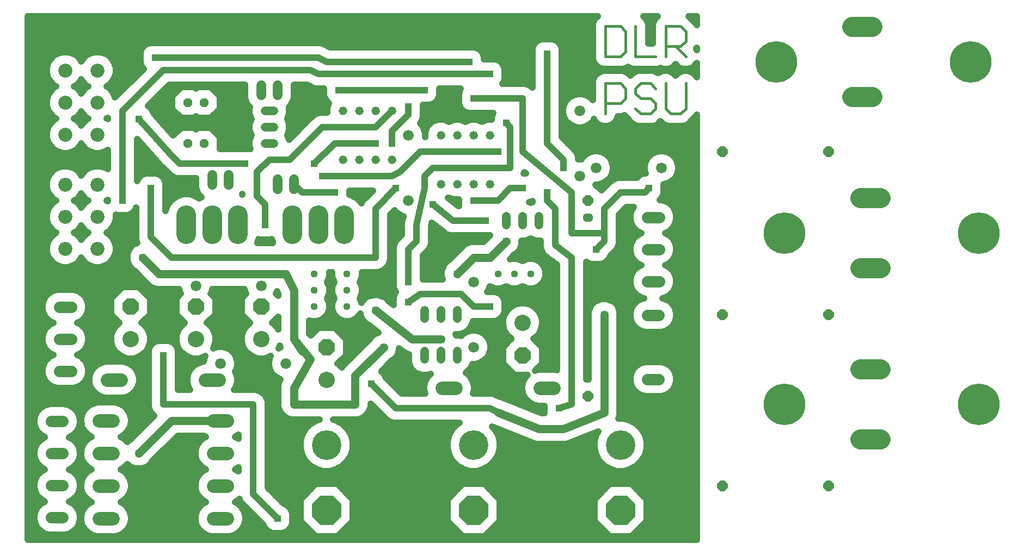
<source format=gtl>
G75*
%MOIN*%
%OFA0B0*%
%FSLAX25Y25*%
%IPPOS*%
%LPD*%
%AMOC8*
5,1,8,0,0,1.08239X$1,22.5*
%
%ADD10C,0.01600*%
%ADD11C,0.18100*%
%ADD12OC8,0.18100*%
%ADD13C,0.10000*%
%ADD14OC8,0.10000*%
%ADD15C,0.06600*%
%ADD16C,0.08250*%
%ADD17C,0.05200*%
%ADD18C,0.06000*%
%ADD19OC8,0.05200*%
%ADD20C,0.05200*%
%ADD21C,0.04400*%
%ADD22C,0.08600*%
%ADD23OC8,0.06496*%
%ADD24C,0.11850*%
%ADD25C,0.12400*%
%ADD26C,0.25500*%
%ADD27C,0.07050*%
%ADD28C,0.05000*%
%ADD29R,0.03962X0.03962*%
%ADD30C,0.04000*%
D10*
X0398800Y0291300D02*
X0398800Y0309716D01*
X0408008Y0309716D01*
X0411077Y0306646D01*
X0411077Y0300508D01*
X0408008Y0297439D01*
X0398800Y0297439D01*
X0417216Y0294369D02*
X0420285Y0291300D01*
X0426424Y0291300D01*
X0429493Y0294369D01*
X0429493Y0297439D01*
X0426424Y0300508D01*
X0420285Y0300508D01*
X0417216Y0303577D01*
X0417216Y0306646D01*
X0420285Y0309716D01*
X0426424Y0309716D01*
X0429493Y0306646D01*
X0435631Y0309716D02*
X0435631Y0294369D01*
X0438701Y0291300D01*
X0444839Y0291300D01*
X0447909Y0294369D01*
X0447909Y0309716D01*
X0447909Y0326300D02*
X0441770Y0332439D01*
X0444839Y0332439D02*
X0435631Y0332439D01*
X0444839Y0332439D02*
X0447909Y0335508D01*
X0447909Y0341646D01*
X0444839Y0344716D01*
X0435631Y0344716D01*
X0435631Y0326300D01*
X0429493Y0326300D02*
X0417216Y0326300D01*
X0417216Y0344716D01*
X0411077Y0341646D02*
X0408008Y0344716D01*
X0398800Y0344716D01*
X0398800Y0326300D01*
X0408008Y0326300D01*
X0411077Y0329369D01*
X0411077Y0341646D01*
D11*
X0408000Y0088000D03*
X0318000Y0088000D03*
X0228000Y0088000D03*
D12*
X0228000Y0048000D03*
X0318000Y0048000D03*
X0408000Y0048000D03*
D13*
X0228000Y0128000D03*
X0188000Y0153000D03*
X0148000Y0153000D03*
X0108000Y0153000D03*
X0348000Y0163000D03*
D14*
X0348000Y0143000D03*
X0228000Y0148000D03*
X0188000Y0173000D03*
X0148000Y0173000D03*
X0108000Y0173000D03*
D15*
X0148000Y0185500D03*
X0188000Y0185500D03*
X0203000Y0138000D03*
X0163000Y0138000D03*
X0318000Y0148000D03*
X0318000Y0188000D03*
X0278000Y0238000D03*
X0278000Y0278000D03*
X0383000Y0293000D03*
X0393000Y0258000D03*
X0383000Y0253000D03*
X0433000Y0258000D03*
D16*
X0367125Y0123000D02*
X0358875Y0123000D01*
X0307125Y0123000D02*
X0298875Y0123000D01*
X0167125Y0103000D02*
X0158875Y0103000D01*
X0158875Y0083000D02*
X0167125Y0083000D01*
X0167125Y0063000D02*
X0158875Y0063000D01*
X0158875Y0043000D02*
X0167125Y0043000D01*
X0097125Y0043000D02*
X0088875Y0043000D01*
X0088875Y0063000D02*
X0097125Y0063000D01*
X0097125Y0083000D02*
X0088875Y0083000D01*
X0088875Y0103000D02*
X0097125Y0103000D01*
X0093875Y0128000D02*
X0102125Y0128000D01*
X0153875Y0128000D02*
X0162125Y0128000D01*
D17*
X0298000Y0248000D03*
X0308000Y0248000D03*
X0318000Y0248000D03*
X0328000Y0248000D03*
X0328000Y0278000D03*
X0318000Y0278000D03*
X0308000Y0278000D03*
X0298000Y0278000D03*
X0268000Y0263000D03*
X0258000Y0263000D03*
X0248000Y0263000D03*
X0238000Y0263000D03*
X0238000Y0293000D03*
X0248000Y0293000D03*
X0258000Y0293000D03*
X0268000Y0293000D03*
D18*
X0198000Y0302500D02*
X0198000Y0308500D01*
X0188000Y0308500D02*
X0188000Y0302500D01*
X0168000Y0253500D02*
X0168000Y0247500D01*
X0158000Y0247500D02*
X0158000Y0253500D01*
X0198000Y0251000D02*
X0198000Y0245000D01*
X0208000Y0245000D02*
X0208000Y0251000D01*
D19*
X0153000Y0273000D03*
X0143000Y0273000D03*
X0143000Y0298000D03*
X0153000Y0298000D03*
D20*
X0190400Y0293000D02*
X0195600Y0293000D01*
X0195600Y0283000D02*
X0190400Y0283000D01*
X0190400Y0273000D02*
X0195600Y0273000D01*
X0338000Y0228100D02*
X0338000Y0222900D01*
X0348000Y0222900D02*
X0348000Y0228100D01*
X0358000Y0228100D02*
X0358000Y0222900D01*
X0308000Y0170600D02*
X0308000Y0165400D01*
X0298000Y0165400D02*
X0298000Y0170600D01*
X0288000Y0170600D02*
X0288000Y0165400D01*
X0288000Y0145600D02*
X0288000Y0140400D01*
X0298000Y0140400D02*
X0298000Y0145600D01*
X0308000Y0145600D02*
X0308000Y0140400D01*
D21*
X0240500Y0173000D03*
X0240500Y0183000D03*
X0240500Y0193000D03*
X0220500Y0193000D03*
X0220500Y0183000D03*
X0220500Y0173000D03*
X0333000Y0193000D03*
X0343000Y0193000D03*
X0353000Y0193000D03*
D22*
X0087685Y0208315D03*
X0068000Y0208315D03*
X0068000Y0228000D03*
X0087685Y0228000D03*
X0087685Y0247685D03*
X0068000Y0247685D03*
X0068000Y0278315D03*
X0087685Y0278315D03*
X0087685Y0298000D03*
X0068000Y0298000D03*
X0068000Y0317685D03*
X0087685Y0317685D03*
D23*
X0388000Y0238000D03*
X0470500Y0268000D03*
X0535500Y0268000D03*
X0535500Y0168000D03*
X0470500Y0168000D03*
X0388000Y0118000D03*
X0470500Y0063000D03*
X0535500Y0063000D03*
D24*
X0238800Y0217075D02*
X0238800Y0228925D01*
X0223000Y0228925D02*
X0223000Y0217075D01*
X0207200Y0217075D02*
X0207200Y0228925D01*
X0173800Y0228925D02*
X0173800Y0217075D01*
X0158000Y0217075D02*
X0158000Y0228925D01*
X0142200Y0228925D02*
X0142200Y0217075D01*
D25*
X0549800Y0301500D02*
X0562200Y0301500D01*
X0562200Y0344500D02*
X0549800Y0344500D01*
X0554800Y0239500D02*
X0567200Y0239500D01*
X0567200Y0196500D02*
X0554800Y0196500D01*
X0554800Y0134500D02*
X0567200Y0134500D01*
X0567200Y0091500D02*
X0554800Y0091500D01*
D26*
X0508500Y0113000D03*
X0627500Y0113000D03*
X0627500Y0218000D03*
X0508500Y0218000D03*
X0503500Y0323000D03*
X0622500Y0323000D03*
D27*
X0431604Y0227685D02*
X0424554Y0227685D01*
X0424554Y0208000D02*
X0431604Y0208000D01*
X0431604Y0188315D02*
X0424554Y0188315D01*
X0424475Y0167685D02*
X0431525Y0167685D01*
X0431525Y0128315D02*
X0424475Y0128315D01*
X0071604Y0133315D02*
X0064554Y0133315D01*
X0064554Y0153000D02*
X0071604Y0153000D01*
X0071604Y0172685D02*
X0064554Y0172685D01*
X0066525Y0102528D02*
X0059475Y0102528D01*
X0059475Y0082843D02*
X0066525Y0082843D01*
X0066525Y0063157D02*
X0059475Y0063157D01*
X0059475Y0043472D02*
X0066525Y0043472D01*
D28*
X0113000Y0083000D02*
X0133000Y0103000D01*
X0163000Y0103000D01*
X0208000Y0113000D02*
X0245500Y0113000D01*
X0245500Y0130500D01*
X0263000Y0148000D01*
X0280500Y0153000D02*
X0298000Y0153000D01*
X0283000Y0153000D01*
X0280500Y0153000D02*
X0258000Y0170500D01*
X0218000Y0140500D02*
X0208000Y0153000D01*
X0213000Y0145500D01*
X0218000Y0140500D02*
X0208000Y0123000D01*
X0208000Y0113000D01*
X0208000Y0153000D02*
X0208000Y0183000D01*
X0203000Y0193000D01*
X0125500Y0193000D01*
X0115500Y0203000D01*
X0308000Y0193000D02*
X0318000Y0203000D01*
X0328000Y0203000D01*
X0338000Y0213000D01*
X0398000Y0168000D02*
X0398000Y0108000D01*
X0373000Y0098000D01*
X0358000Y0098000D01*
X0333000Y0108000D01*
D29*
X0370500Y0110500D03*
X0298000Y0153000D03*
X0278000Y0175500D03*
X0258000Y0170500D03*
X0278000Y0188000D03*
X0308000Y0193000D03*
X0328000Y0173000D03*
X0338000Y0213000D03*
X0325500Y0225500D03*
X0318000Y0238000D03*
X0293000Y0235500D03*
X0270500Y0245500D03*
X0233000Y0243000D03*
X0225500Y0253000D03*
X0220500Y0260500D03*
X0258000Y0273000D03*
X0268000Y0273000D03*
X0278000Y0295500D03*
X0288000Y0305500D03*
X0315500Y0323000D03*
X0328000Y0315500D03*
X0318000Y0300500D03*
X0338000Y0285500D03*
X0333000Y0268000D03*
X0348000Y0245500D03*
X0363000Y0243000D03*
X0373000Y0258000D03*
X0425500Y0245500D03*
X0393000Y0208000D03*
X0398000Y0168000D03*
X0283000Y0218000D03*
X0190500Y0223000D03*
X0178000Y0260500D03*
X0120500Y0245500D03*
X0103000Y0238000D03*
X0115500Y0203000D03*
X0128000Y0143000D03*
X0113000Y0083000D03*
X0198000Y0043000D03*
X0255500Y0125500D03*
X0263000Y0148000D03*
X0113000Y0288000D03*
X0123000Y0325500D03*
X0235500Y0305500D03*
X0363000Y0328000D03*
D30*
X0045000Y0350961D02*
X0045000Y0030000D01*
X0454701Y0030000D01*
X0454701Y0290385D01*
X0454521Y0289951D01*
X0452327Y0287757D01*
X0452327Y0287757D01*
X0451452Y0286882D01*
X0451452Y0286882D01*
X0449258Y0284687D01*
X0449258Y0284687D01*
X0449258Y0284687D01*
X0448360Y0284316D01*
X0446391Y0283500D01*
X0437149Y0283500D01*
X0434282Y0284687D01*
X0432562Y0286408D01*
X0430842Y0284687D01*
X0430842Y0284687D01*
X0430060Y0284364D01*
X0427975Y0283500D01*
X0418733Y0283500D01*
X0415867Y0284687D01*
X0410603Y0289951D01*
X0410561Y0290053D01*
X0409559Y0289639D01*
X0406554Y0289639D01*
X0405413Y0286882D01*
X0403218Y0284687D01*
X0400352Y0283500D01*
X0397248Y0283500D01*
X0394382Y0284687D01*
X0392187Y0286882D01*
X0391842Y0287715D01*
X0391242Y0286676D01*
X0389324Y0284758D01*
X0386976Y0283402D01*
X0384356Y0282700D01*
X0381644Y0282700D01*
X0379024Y0283402D01*
X0376676Y0284758D01*
X0374758Y0286676D01*
X0373402Y0289024D01*
X0372700Y0291644D01*
X0372700Y0294356D01*
X0373402Y0296976D01*
X0374758Y0299324D01*
X0376676Y0301242D01*
X0379024Y0302598D01*
X0381644Y0303300D01*
X0384356Y0303300D01*
X0386976Y0302598D01*
X0389324Y0301242D01*
X0391000Y0299566D01*
X0391000Y0311267D01*
X0392187Y0314134D01*
X0394382Y0316328D01*
X0397248Y0317516D01*
X0409559Y0317516D01*
X0412426Y0316328D01*
X0414146Y0314608D01*
X0415826Y0316288D01*
X0415867Y0316328D01*
X0415867Y0316328D01*
X0417512Y0317010D01*
X0418733Y0317516D01*
X0427975Y0317516D01*
X0430842Y0316328D01*
X0431028Y0316143D01*
X0431213Y0316328D01*
X0434080Y0317516D01*
X0437183Y0317516D01*
X0440050Y0316328D01*
X0441770Y0314608D01*
X0443490Y0316328D01*
X0446357Y0317516D01*
X0449460Y0317516D01*
X0452327Y0316328D01*
X0454521Y0314134D01*
X0454701Y0313700D01*
X0454701Y0322315D01*
X0454521Y0321882D01*
X0452327Y0319687D01*
X0449460Y0318500D01*
X0446357Y0318500D01*
X0443490Y0319687D01*
X0441770Y0321408D01*
X0440050Y0319687D01*
X0437183Y0318500D01*
X0434080Y0318500D01*
X0432562Y0319129D01*
X0431044Y0318500D01*
X0415664Y0318500D01*
X0412797Y0319687D01*
X0412612Y0319873D01*
X0412426Y0319687D01*
X0412426Y0319687D01*
X0411529Y0319316D01*
X0409559Y0318500D01*
X0397248Y0318500D01*
X0394382Y0319687D01*
X0392187Y0321882D01*
X0391000Y0324748D01*
X0391000Y0346267D01*
X0392187Y0349134D01*
X0394014Y0350961D01*
X0045000Y0350961D01*
X0045000Y0348882D02*
X0392083Y0348882D01*
X0391000Y0344884D02*
X0045000Y0344884D01*
X0045000Y0340885D02*
X0391000Y0340885D01*
X0391000Y0336887D02*
X0366601Y0336887D01*
X0366373Y0336981D02*
X0364836Y0336981D01*
X0364790Y0337000D01*
X0361210Y0337000D01*
X0361164Y0336981D01*
X0359627Y0336981D01*
X0357054Y0335915D01*
X0355085Y0333946D01*
X0354019Y0331373D01*
X0354019Y0329836D01*
X0354000Y0329790D01*
X0354000Y0307228D01*
X0353098Y0308130D01*
X0349790Y0309500D01*
X0335862Y0309500D01*
X0335915Y0309554D01*
X0336981Y0312127D01*
X0336981Y0313664D01*
X0337000Y0313710D01*
X0337000Y0317290D01*
X0336981Y0317336D01*
X0336981Y0318873D01*
X0335915Y0321446D01*
X0333946Y0323415D01*
X0331373Y0324481D01*
X0329836Y0324481D01*
X0329790Y0324500D01*
X0324500Y0324500D01*
X0324500Y0324790D01*
X0324481Y0324836D01*
X0324481Y0326373D01*
X0323415Y0328946D01*
X0321446Y0330915D01*
X0318873Y0331981D01*
X0317336Y0331981D01*
X0317290Y0332000D01*
X0230125Y0332000D01*
X0228331Y0332897D01*
X0228098Y0333130D01*
X0226739Y0333693D01*
X0225424Y0334350D01*
X0225095Y0334374D01*
X0224790Y0334500D01*
X0223319Y0334500D01*
X0221852Y0334604D01*
X0221539Y0334500D01*
X0121210Y0334500D01*
X0121164Y0334481D01*
X0119627Y0334481D01*
X0117054Y0333415D01*
X0115085Y0331446D01*
X0114019Y0328873D01*
X0114019Y0327336D01*
X0114000Y0327290D01*
X0114000Y0323710D01*
X0114019Y0323664D01*
X0114019Y0322127D01*
X0115085Y0319554D01*
X0115955Y0318683D01*
X0098515Y0301243D01*
X0098215Y0302362D01*
X0096727Y0304938D01*
X0094623Y0307042D01*
X0093237Y0307843D01*
X0094623Y0308643D01*
X0096727Y0310747D01*
X0098215Y0313323D01*
X0098985Y0316197D01*
X0098985Y0319173D01*
X0098215Y0322047D01*
X0096727Y0324623D01*
X0094623Y0326727D01*
X0092047Y0328215D01*
X0089173Y0328985D01*
X0086197Y0328985D01*
X0083323Y0328215D01*
X0080747Y0326727D01*
X0078643Y0324623D01*
X0077843Y0323237D01*
X0077042Y0324623D01*
X0074938Y0326727D01*
X0072362Y0328215D01*
X0069488Y0328985D01*
X0066512Y0328985D01*
X0063638Y0328215D01*
X0061062Y0326727D01*
X0058958Y0324623D01*
X0057470Y0322047D01*
X0056700Y0319173D01*
X0056700Y0316197D01*
X0057470Y0313323D01*
X0058958Y0310747D01*
X0061062Y0308643D01*
X0062448Y0307843D01*
X0061062Y0307042D01*
X0058958Y0304938D01*
X0057470Y0302362D01*
X0056700Y0299488D01*
X0056700Y0296512D01*
X0057470Y0293638D01*
X0058958Y0291062D01*
X0061062Y0288958D01*
X0062448Y0288157D01*
X0061062Y0287357D01*
X0058958Y0285253D01*
X0057470Y0282677D01*
X0056700Y0279803D01*
X0056700Y0276827D01*
X0057470Y0273953D01*
X0058958Y0271377D01*
X0061062Y0269273D01*
X0063638Y0267785D01*
X0066512Y0267015D01*
X0069488Y0267015D01*
X0072362Y0267785D01*
X0074938Y0269273D01*
X0077042Y0271377D01*
X0077843Y0272763D01*
X0078643Y0271377D01*
X0080747Y0269273D01*
X0083323Y0267785D01*
X0086197Y0267015D01*
X0089173Y0267015D01*
X0092047Y0267785D01*
X0094000Y0268913D01*
X0094000Y0257087D01*
X0092047Y0258215D01*
X0089173Y0258985D01*
X0086197Y0258985D01*
X0083323Y0258215D01*
X0080747Y0256727D01*
X0078643Y0254623D01*
X0077843Y0253237D01*
X0077042Y0254623D01*
X0074938Y0256727D01*
X0072362Y0258215D01*
X0069488Y0258985D01*
X0066512Y0258985D01*
X0063638Y0258215D01*
X0061062Y0256727D01*
X0058958Y0254623D01*
X0057470Y0252047D01*
X0056700Y0249173D01*
X0056700Y0246197D01*
X0057470Y0243323D01*
X0058958Y0240747D01*
X0061062Y0238643D01*
X0062448Y0237843D01*
X0061062Y0237042D01*
X0058958Y0234938D01*
X0057470Y0232362D01*
X0056700Y0229488D01*
X0056700Y0226512D01*
X0057470Y0223638D01*
X0058958Y0221062D01*
X0061062Y0218958D01*
X0062448Y0218157D01*
X0061062Y0217357D01*
X0058958Y0215253D01*
X0057470Y0212677D01*
X0056700Y0209803D01*
X0056700Y0206827D01*
X0057470Y0203953D01*
X0058958Y0201377D01*
X0061062Y0199273D01*
X0063638Y0197785D01*
X0066512Y0197015D01*
X0069488Y0197015D01*
X0072362Y0197785D01*
X0074938Y0199273D01*
X0077042Y0201377D01*
X0077843Y0202763D01*
X0078643Y0201377D01*
X0080747Y0199273D01*
X0083323Y0197785D01*
X0086197Y0197015D01*
X0089173Y0197015D01*
X0092047Y0197785D01*
X0094623Y0199273D01*
X0096727Y0201377D01*
X0098215Y0203953D01*
X0098985Y0206827D01*
X0098985Y0209803D01*
X0098215Y0212677D01*
X0096727Y0215253D01*
X0094623Y0217357D01*
X0093237Y0218157D01*
X0094623Y0218958D01*
X0096727Y0221062D01*
X0098215Y0223638D01*
X0098985Y0226512D01*
X0098985Y0229285D01*
X0099627Y0229019D01*
X0101164Y0229019D01*
X0101210Y0229000D01*
X0104790Y0229000D01*
X0104836Y0229019D01*
X0106373Y0229019D01*
X0108946Y0230085D01*
X0110915Y0232054D01*
X0111500Y0233465D01*
X0111500Y0213710D01*
X0112216Y0211981D01*
X0112127Y0211981D01*
X0109554Y0210915D01*
X0107585Y0208946D01*
X0106519Y0206373D01*
X0106519Y0206142D01*
X0106000Y0204890D01*
X0106000Y0201110D01*
X0106519Y0199858D01*
X0106519Y0199627D01*
X0107585Y0197054D01*
X0109554Y0195085D01*
X0110282Y0194783D01*
X0117446Y0187619D01*
X0120119Y0184946D01*
X0123610Y0183500D01*
X0137873Y0183500D01*
X0138402Y0181524D01*
X0138824Y0180794D01*
X0136000Y0177971D01*
X0136000Y0168029D01*
X0141136Y0162893D01*
X0140632Y0162602D01*
X0138398Y0160368D01*
X0136818Y0157632D01*
X0136000Y0154580D01*
X0136000Y0151420D01*
X0136818Y0148368D01*
X0138398Y0145632D01*
X0140632Y0143398D01*
X0143368Y0141818D01*
X0146420Y0141000D01*
X0149580Y0141000D01*
X0152632Y0141818D01*
X0153650Y0142406D01*
X0153402Y0141976D01*
X0152700Y0139356D01*
X0152700Y0139125D01*
X0152410Y0139125D01*
X0149581Y0138367D01*
X0147044Y0136902D01*
X0144973Y0134831D01*
X0143508Y0132294D01*
X0142750Y0129465D01*
X0142750Y0126535D01*
X0143508Y0123706D01*
X0144493Y0122000D01*
X0137000Y0122000D01*
X0137000Y0144790D01*
X0136981Y0144836D01*
X0136981Y0146373D01*
X0135915Y0148946D01*
X0133946Y0150915D01*
X0131373Y0151981D01*
X0129836Y0151981D01*
X0129790Y0152000D01*
X0126210Y0152000D01*
X0126164Y0151981D01*
X0124627Y0151981D01*
X0122054Y0150915D01*
X0120085Y0148946D01*
X0119019Y0146373D01*
X0119019Y0144836D01*
X0119000Y0144790D01*
X0119000Y0111210D01*
X0120370Y0107902D01*
X0122419Y0105854D01*
X0107782Y0091217D01*
X0107054Y0090915D01*
X0105998Y0089860D01*
X0103956Y0091902D01*
X0102054Y0093000D01*
X0103956Y0094098D01*
X0106027Y0096169D01*
X0107492Y0098706D01*
X0108250Y0101535D01*
X0108250Y0104465D01*
X0107492Y0107294D01*
X0106027Y0109831D01*
X0103956Y0111902D01*
X0101419Y0113367D01*
X0098590Y0114125D01*
X0087410Y0114125D01*
X0084581Y0113367D01*
X0082044Y0111902D01*
X0079973Y0109831D01*
X0078508Y0107294D01*
X0077750Y0104465D01*
X0077750Y0101535D01*
X0078508Y0098706D01*
X0079973Y0096169D01*
X0082044Y0094098D01*
X0083946Y0093000D01*
X0082044Y0091902D01*
X0079973Y0089831D01*
X0078508Y0087294D01*
X0077750Y0084465D01*
X0077750Y0081535D01*
X0078508Y0078706D01*
X0079973Y0076169D01*
X0082044Y0074098D01*
X0083946Y0073000D01*
X0082044Y0071902D01*
X0079973Y0069831D01*
X0078508Y0067294D01*
X0077750Y0064465D01*
X0077750Y0061535D01*
X0078508Y0058706D01*
X0079973Y0056169D01*
X0082044Y0054098D01*
X0083946Y0053000D01*
X0082044Y0051902D01*
X0079973Y0049831D01*
X0078508Y0047294D01*
X0077750Y0044465D01*
X0077750Y0041535D01*
X0078508Y0038706D01*
X0079973Y0036169D01*
X0082044Y0034098D01*
X0084581Y0032633D01*
X0087410Y0031875D01*
X0098590Y0031875D01*
X0101419Y0032633D01*
X0103956Y0034098D01*
X0106027Y0036169D01*
X0107492Y0038706D01*
X0108250Y0041535D01*
X0108250Y0044465D01*
X0107492Y0047294D01*
X0106027Y0049831D01*
X0103956Y0051902D01*
X0102054Y0053000D01*
X0103956Y0054098D01*
X0106027Y0056169D01*
X0107492Y0058706D01*
X0108250Y0061535D01*
X0108250Y0064465D01*
X0107492Y0067294D01*
X0106027Y0069831D01*
X0103956Y0071902D01*
X0102054Y0073000D01*
X0103956Y0074098D01*
X0105998Y0076140D01*
X0107054Y0075085D01*
X0109627Y0074019D01*
X0109858Y0074019D01*
X0111110Y0073500D01*
X0114890Y0073500D01*
X0116142Y0074019D01*
X0116373Y0074019D01*
X0118946Y0075085D01*
X0120915Y0077054D01*
X0121217Y0077782D01*
X0136935Y0093500D01*
X0153079Y0093500D01*
X0153946Y0093000D01*
X0152044Y0091902D01*
X0149973Y0089831D01*
X0148508Y0087294D01*
X0147750Y0084465D01*
X0147750Y0081535D01*
X0148508Y0078706D01*
X0149973Y0076169D01*
X0152044Y0074098D01*
X0153946Y0073000D01*
X0152044Y0071902D01*
X0149973Y0069831D01*
X0148508Y0067294D01*
X0147750Y0064465D01*
X0147750Y0061535D01*
X0148508Y0058706D01*
X0149973Y0056169D01*
X0152044Y0054098D01*
X0153946Y0053000D01*
X0152044Y0051902D01*
X0149973Y0049831D01*
X0148508Y0047294D01*
X0147750Y0044465D01*
X0147750Y0041535D01*
X0148508Y0038706D01*
X0149973Y0036169D01*
X0152044Y0034098D01*
X0154581Y0032633D01*
X0157410Y0031875D01*
X0168590Y0031875D01*
X0171419Y0032633D01*
X0173956Y0034098D01*
X0176027Y0036169D01*
X0177492Y0038706D01*
X0178250Y0041535D01*
X0178250Y0044465D01*
X0177492Y0047294D01*
X0176027Y0049831D01*
X0173956Y0051902D01*
X0172054Y0053000D01*
X0173956Y0054098D01*
X0174606Y0054748D01*
X0175370Y0052902D01*
X0177902Y0050370D01*
X0189283Y0038989D01*
X0190085Y0037054D01*
X0192054Y0035085D01*
X0194627Y0034019D01*
X0196164Y0034019D01*
X0196210Y0034000D01*
X0199790Y0034000D01*
X0199836Y0034019D01*
X0201373Y0034019D01*
X0203946Y0035085D01*
X0205915Y0037054D01*
X0206981Y0039627D01*
X0206981Y0041164D01*
X0207000Y0041210D01*
X0207000Y0044790D01*
X0206981Y0044836D01*
X0206981Y0046373D01*
X0205915Y0048946D01*
X0203946Y0050915D01*
X0202011Y0051717D01*
X0192000Y0061728D01*
X0192000Y0114790D01*
X0190630Y0118098D01*
X0188098Y0120630D01*
X0184790Y0122000D01*
X0171507Y0122000D01*
X0172492Y0123706D01*
X0173250Y0126535D01*
X0173250Y0129465D01*
X0172492Y0132294D01*
X0172045Y0133067D01*
X0172598Y0134024D01*
X0173300Y0136644D01*
X0173300Y0139356D01*
X0172598Y0141976D01*
X0171242Y0144324D01*
X0169324Y0146242D01*
X0166976Y0147598D01*
X0164356Y0148300D01*
X0161644Y0148300D01*
X0159024Y0147598D01*
X0158594Y0147350D01*
X0159182Y0148368D01*
X0160000Y0151420D01*
X0160000Y0154580D01*
X0159182Y0157632D01*
X0157602Y0160368D01*
X0155368Y0162602D01*
X0154864Y0162893D01*
X0160000Y0168029D01*
X0160000Y0177971D01*
X0157176Y0180794D01*
X0157598Y0181524D01*
X0158127Y0183500D01*
X0177873Y0183500D01*
X0178402Y0181524D01*
X0178824Y0180794D01*
X0176000Y0177971D01*
X0176000Y0168029D01*
X0181136Y0162893D01*
X0180632Y0162602D01*
X0178398Y0160368D01*
X0176818Y0157632D01*
X0176000Y0154580D01*
X0176000Y0151420D01*
X0176818Y0148368D01*
X0178398Y0145632D01*
X0180632Y0143398D01*
X0183368Y0141818D01*
X0186420Y0141000D01*
X0189580Y0141000D01*
X0192632Y0141818D01*
X0193650Y0142406D01*
X0193402Y0141976D01*
X0192700Y0139356D01*
X0192700Y0136644D01*
X0193402Y0134024D01*
X0194758Y0131676D01*
X0196676Y0129758D01*
X0199024Y0128402D01*
X0199862Y0128178D01*
X0199453Y0127191D01*
X0198814Y0126073D01*
X0198736Y0125460D01*
X0198500Y0124890D01*
X0198500Y0123601D01*
X0198338Y0122323D01*
X0198500Y0121728D01*
X0198500Y0111110D01*
X0199946Y0107619D01*
X0202619Y0104946D01*
X0206110Y0103500D01*
X0223834Y0103500D01*
X0221805Y0102956D01*
X0218145Y0100843D01*
X0215157Y0097855D01*
X0213044Y0094195D01*
X0211950Y0090113D01*
X0211950Y0085887D01*
X0213044Y0081805D01*
X0215157Y0078145D01*
X0218145Y0075157D01*
X0221805Y0073044D01*
X0225887Y0071950D01*
X0230113Y0071950D01*
X0234195Y0073044D01*
X0237855Y0075157D01*
X0240843Y0078145D01*
X0242956Y0081805D01*
X0244050Y0085887D01*
X0244050Y0090113D01*
X0242956Y0094195D01*
X0240843Y0097855D01*
X0237855Y0100843D01*
X0234195Y0102956D01*
X0232166Y0103500D01*
X0247390Y0103500D01*
X0250881Y0104946D01*
X0253554Y0107619D01*
X0255000Y0111110D01*
X0255000Y0113272D01*
X0262870Y0105402D01*
X0265402Y0102870D01*
X0268710Y0101500D01*
X0309283Y0101500D01*
X0308145Y0100843D01*
X0305157Y0097855D01*
X0303044Y0094195D01*
X0301950Y0090113D01*
X0301950Y0085887D01*
X0303044Y0081805D01*
X0305157Y0078145D01*
X0308145Y0075157D01*
X0311805Y0073044D01*
X0315887Y0071950D01*
X0320113Y0071950D01*
X0324195Y0073044D01*
X0327855Y0075157D01*
X0330843Y0078145D01*
X0332956Y0081805D01*
X0334050Y0085887D01*
X0334050Y0090113D01*
X0332956Y0094195D01*
X0330843Y0097855D01*
X0329550Y0099148D01*
X0354418Y0089201D01*
X0356110Y0088500D01*
X0356170Y0088500D01*
X0356226Y0088478D01*
X0358058Y0088500D01*
X0372942Y0088500D01*
X0374774Y0088478D01*
X0374830Y0088500D01*
X0374890Y0088500D01*
X0376582Y0089201D01*
X0394238Y0096263D01*
X0393044Y0094195D01*
X0391950Y0090113D01*
X0391950Y0085887D01*
X0393044Y0081805D01*
X0395157Y0078145D01*
X0398145Y0075157D01*
X0401805Y0073044D01*
X0405887Y0071950D01*
X0410113Y0071950D01*
X0414195Y0073044D01*
X0417855Y0075157D01*
X0420843Y0078145D01*
X0422956Y0081805D01*
X0424050Y0085887D01*
X0424050Y0090113D01*
X0422956Y0094195D01*
X0420843Y0097855D01*
X0417855Y0100843D01*
X0414195Y0102956D01*
X0410113Y0104050D01*
X0406647Y0104050D01*
X0406755Y0104311D01*
X0407476Y0105995D01*
X0407477Y0106055D01*
X0407500Y0106110D01*
X0407500Y0107942D01*
X0407522Y0109774D01*
X0407500Y0109830D01*
X0407500Y0169890D01*
X0406981Y0171142D01*
X0406981Y0171373D01*
X0405915Y0173946D01*
X0403946Y0175915D01*
X0401373Y0176981D01*
X0401142Y0176981D01*
X0399890Y0177500D01*
X0396110Y0177500D01*
X0394858Y0176981D01*
X0394627Y0176981D01*
X0392054Y0175915D01*
X0390085Y0173946D01*
X0389019Y0171373D01*
X0389019Y0171142D01*
X0388500Y0169890D01*
X0388500Y0128248D01*
X0387000Y0128248D01*
X0387000Y0200138D01*
X0387054Y0200085D01*
X0389627Y0199019D01*
X0391164Y0199019D01*
X0391210Y0199000D01*
X0394790Y0199000D01*
X0394836Y0199019D01*
X0396373Y0199019D01*
X0398946Y0200085D01*
X0400915Y0202054D01*
X0401717Y0203989D01*
X0403098Y0205370D01*
X0405630Y0207902D01*
X0407000Y0211210D01*
X0407000Y0229272D01*
X0411728Y0234000D01*
X0416046Y0234000D01*
X0414746Y0231748D01*
X0414029Y0229071D01*
X0414029Y0226299D01*
X0414746Y0223623D01*
X0416132Y0221223D01*
X0418091Y0219263D01*
X0420491Y0217877D01*
X0420621Y0217843D01*
X0420491Y0217808D01*
X0418091Y0216422D01*
X0416132Y0214462D01*
X0414746Y0212062D01*
X0414029Y0209386D01*
X0414029Y0206614D01*
X0414746Y0203937D01*
X0416132Y0201537D01*
X0418091Y0199578D01*
X0420491Y0198192D01*
X0420621Y0198157D01*
X0420491Y0198123D01*
X0418091Y0196737D01*
X0416132Y0194777D01*
X0414746Y0192377D01*
X0414029Y0189701D01*
X0414029Y0186929D01*
X0414746Y0184252D01*
X0416132Y0181852D01*
X0418091Y0179893D01*
X0420491Y0178507D01*
X0422345Y0178011D01*
X0420412Y0177493D01*
X0418012Y0176107D01*
X0416053Y0174148D01*
X0414667Y0171748D01*
X0413950Y0169071D01*
X0413950Y0166299D01*
X0414667Y0163623D01*
X0416053Y0161223D01*
X0418012Y0159263D01*
X0420412Y0157877D01*
X0423089Y0157160D01*
X0432911Y0157160D01*
X0435587Y0157877D01*
X0437987Y0159263D01*
X0439947Y0161223D01*
X0441333Y0163623D01*
X0442050Y0166299D01*
X0442050Y0169071D01*
X0441333Y0171748D01*
X0439947Y0174148D01*
X0437987Y0176107D01*
X0435587Y0177493D01*
X0433734Y0177989D01*
X0435666Y0178507D01*
X0438066Y0179893D01*
X0440026Y0181852D01*
X0441411Y0184252D01*
X0442129Y0186929D01*
X0442129Y0189701D01*
X0441411Y0192377D01*
X0440026Y0194777D01*
X0438066Y0196737D01*
X0435666Y0198123D01*
X0435536Y0198157D01*
X0435666Y0198192D01*
X0438066Y0199578D01*
X0440026Y0201537D01*
X0441411Y0203937D01*
X0442129Y0206614D01*
X0442129Y0209386D01*
X0441411Y0212062D01*
X0440026Y0214462D01*
X0438066Y0216422D01*
X0435666Y0217808D01*
X0435536Y0217843D01*
X0435666Y0217877D01*
X0438066Y0219263D01*
X0440026Y0221223D01*
X0441411Y0223623D01*
X0442129Y0226299D01*
X0442129Y0229071D01*
X0441411Y0231748D01*
X0440026Y0234148D01*
X0438066Y0236107D01*
X0435666Y0237493D01*
X0432989Y0238210D01*
X0432072Y0238210D01*
X0433415Y0239554D01*
X0434481Y0242127D01*
X0434481Y0243664D01*
X0434500Y0243710D01*
X0434500Y0247290D01*
X0434481Y0247336D01*
X0434481Y0247734D01*
X0436976Y0248402D01*
X0439324Y0249758D01*
X0441242Y0251676D01*
X0442598Y0254024D01*
X0443300Y0256644D01*
X0443300Y0259356D01*
X0442598Y0261976D01*
X0441242Y0264324D01*
X0439324Y0266242D01*
X0436976Y0267598D01*
X0434356Y0268300D01*
X0431644Y0268300D01*
X0429024Y0267598D01*
X0426676Y0266242D01*
X0424758Y0264324D01*
X0423402Y0261976D01*
X0422700Y0259356D01*
X0422700Y0256644D01*
X0423280Y0254481D01*
X0422127Y0254481D01*
X0419554Y0253415D01*
X0418138Y0252000D01*
X0406210Y0252000D01*
X0402902Y0250630D01*
X0400370Y0248098D01*
X0396382Y0244110D01*
X0392793Y0247700D01*
X0394356Y0247700D01*
X0396976Y0248402D01*
X0399324Y0249758D01*
X0401242Y0251676D01*
X0402598Y0254024D01*
X0403300Y0256644D01*
X0403300Y0259356D01*
X0402598Y0261976D01*
X0401242Y0264324D01*
X0399324Y0266242D01*
X0396976Y0267598D01*
X0394356Y0268300D01*
X0391644Y0268300D01*
X0389024Y0267598D01*
X0386676Y0266242D01*
X0384758Y0264324D01*
X0384167Y0263300D01*
X0382000Y0263300D01*
X0382000Y0264790D01*
X0380630Y0268098D01*
X0372000Y0276728D01*
X0372000Y0329790D01*
X0371981Y0329836D01*
X0371981Y0331373D01*
X0370915Y0333946D01*
X0368946Y0335915D01*
X0366373Y0336981D01*
X0371354Y0332888D02*
X0391000Y0332888D01*
X0391000Y0328890D02*
X0372000Y0328890D01*
X0372000Y0324891D02*
X0391000Y0324891D01*
X0393176Y0320893D02*
X0372000Y0320893D01*
X0372000Y0316894D02*
X0395748Y0316894D01*
X0391675Y0312896D02*
X0372000Y0312896D01*
X0372000Y0308897D02*
X0391000Y0308897D01*
X0391000Y0304899D02*
X0372000Y0304899D01*
X0372000Y0300900D02*
X0376334Y0300900D01*
X0373382Y0296902D02*
X0372000Y0296902D01*
X0372000Y0292903D02*
X0372700Y0292903D01*
X0372000Y0288905D02*
X0373471Y0288905D01*
X0372000Y0284906D02*
X0376527Y0284906D01*
X0372000Y0280908D02*
X0454701Y0280908D01*
X0454701Y0284906D02*
X0449476Y0284906D01*
X0453475Y0288905D02*
X0454701Y0288905D01*
X0454701Y0276909D02*
X0372000Y0276909D01*
X0375817Y0272911D02*
X0454701Y0272911D01*
X0454701Y0268912D02*
X0379816Y0268912D01*
X0381949Y0264914D02*
X0385347Y0264914D01*
X0373000Y0263000D02*
X0373000Y0258000D01*
X0373000Y0263000D02*
X0363000Y0273000D01*
X0363000Y0328000D01*
X0354000Y0328890D02*
X0323439Y0328890D01*
X0324481Y0324891D02*
X0354000Y0324891D01*
X0354000Y0320893D02*
X0336145Y0320893D01*
X0337000Y0316894D02*
X0354000Y0316894D01*
X0354000Y0312896D02*
X0336981Y0312896D01*
X0328000Y0315500D02*
X0223000Y0315500D01*
X0218000Y0318000D01*
X0128000Y0318000D01*
X0103000Y0293000D01*
X0103000Y0238000D01*
X0094000Y0238283D02*
X0094000Y0237402D01*
X0093237Y0237843D01*
X0094000Y0238283D01*
X0082133Y0237843D02*
X0080747Y0237042D01*
X0078643Y0234938D01*
X0077843Y0233552D01*
X0077042Y0234938D01*
X0074938Y0237042D01*
X0073552Y0237843D01*
X0074938Y0238643D01*
X0077042Y0240747D01*
X0077843Y0242133D01*
X0078643Y0240747D01*
X0080747Y0238643D01*
X0082133Y0237843D01*
X0080629Y0236924D02*
X0075057Y0236924D01*
X0077144Y0240923D02*
X0078541Y0240923D01*
X0060943Y0236924D02*
X0045000Y0236924D01*
X0045000Y0240923D02*
X0058856Y0240923D01*
X0057042Y0244921D02*
X0045000Y0244921D01*
X0045000Y0248920D02*
X0056700Y0248920D01*
X0057973Y0252918D02*
X0045000Y0252918D01*
X0045000Y0256917D02*
X0061390Y0256917D01*
X0074610Y0256917D02*
X0081075Y0256917D01*
X0094000Y0260915D02*
X0045000Y0260915D01*
X0045000Y0264914D02*
X0094000Y0264914D01*
X0093999Y0268912D02*
X0094000Y0268912D01*
X0081371Y0268912D02*
X0074314Y0268912D01*
X0061686Y0268912D02*
X0045000Y0268912D01*
X0045000Y0272911D02*
X0058072Y0272911D01*
X0056700Y0276909D02*
X0045000Y0276909D01*
X0045000Y0280908D02*
X0056996Y0280908D01*
X0058757Y0284906D02*
X0045000Y0284906D01*
X0045000Y0288905D02*
X0061153Y0288905D01*
X0057895Y0292903D02*
X0045000Y0292903D01*
X0045000Y0296902D02*
X0056700Y0296902D01*
X0057079Y0300900D02*
X0045000Y0300900D01*
X0045000Y0304899D02*
X0058935Y0304899D01*
X0060807Y0308897D02*
X0045000Y0308897D01*
X0045000Y0312896D02*
X0057717Y0312896D01*
X0056700Y0316894D02*
X0045000Y0316894D01*
X0045000Y0320893D02*
X0057161Y0320893D01*
X0059226Y0324891D02*
X0045000Y0324891D01*
X0045000Y0328890D02*
X0066157Y0328890D01*
X0069843Y0328890D02*
X0085842Y0328890D01*
X0089528Y0328890D02*
X0114026Y0328890D01*
X0114000Y0324891D02*
X0096459Y0324891D01*
X0098524Y0320893D02*
X0114530Y0320893D01*
X0114166Y0316894D02*
X0098985Y0316894D01*
X0097968Y0312896D02*
X0110168Y0312896D01*
X0106169Y0308897D02*
X0094878Y0308897D01*
X0096750Y0304899D02*
X0102171Y0304899D01*
X0118732Y0296004D02*
X0131728Y0309000D01*
X0178000Y0309000D01*
X0178000Y0300511D01*
X0179522Y0296835D01*
X0180990Y0295368D01*
X0180800Y0294910D01*
X0180800Y0291090D01*
X0182080Y0288000D01*
X0180800Y0284910D01*
X0180800Y0281090D01*
X0182080Y0278000D01*
X0180800Y0274910D01*
X0180800Y0271090D01*
X0181486Y0269435D01*
X0181373Y0269481D01*
X0179836Y0269481D01*
X0179790Y0269500D01*
X0162600Y0269500D01*
X0162600Y0276976D01*
X0156976Y0282600D01*
X0149024Y0282600D01*
X0148000Y0281576D01*
X0146976Y0282600D01*
X0139024Y0282600D01*
X0134163Y0277739D01*
X0121927Y0291504D01*
X0120915Y0293946D01*
X0118946Y0295915D01*
X0118732Y0296004D01*
X0119630Y0296902D02*
X0133400Y0296902D01*
X0133400Y0294024D02*
X0139024Y0288400D01*
X0146976Y0288400D01*
X0148000Y0289424D01*
X0149024Y0288400D01*
X0156976Y0288400D01*
X0162600Y0294024D01*
X0162600Y0301976D01*
X0156976Y0307600D01*
X0149024Y0307600D01*
X0148000Y0306576D01*
X0146976Y0307600D01*
X0139024Y0307600D01*
X0133400Y0301976D01*
X0133400Y0294024D01*
X0134520Y0292903D02*
X0121347Y0292903D01*
X0124237Y0288905D02*
X0138519Y0288905D01*
X0147481Y0288905D02*
X0148519Y0288905D01*
X0157481Y0288905D02*
X0181705Y0288905D01*
X0180800Y0292903D02*
X0161480Y0292903D01*
X0162600Y0296902D02*
X0179495Y0296902D01*
X0178000Y0300900D02*
X0162600Y0300900D01*
X0159678Y0304899D02*
X0178000Y0304899D01*
X0178000Y0308897D02*
X0131625Y0308897D01*
X0127627Y0304899D02*
X0136322Y0304899D01*
X0133400Y0300900D02*
X0123628Y0300900D01*
X0113000Y0288000D02*
X0133000Y0265500D01*
X0138000Y0260500D01*
X0178000Y0260500D01*
X0185500Y0255500D02*
X0193000Y0263000D01*
X0205500Y0263000D01*
X0225500Y0283000D01*
X0258000Y0283000D01*
X0268000Y0293000D01*
X0278000Y0290500D02*
X0278000Y0295500D01*
X0278000Y0290500D02*
X0268000Y0280500D01*
X0268000Y0273000D01*
X0258000Y0273000D02*
X0233000Y0273000D01*
X0220500Y0260500D01*
X0225500Y0253000D02*
X0268000Y0253000D01*
X0273000Y0255500D01*
X0285500Y0268000D01*
X0333000Y0268000D01*
X0348000Y0268000D02*
X0348000Y0300500D01*
X0318000Y0300500D01*
X0309000Y0300900D02*
X0296473Y0300900D01*
X0296981Y0302127D02*
X0296981Y0303664D01*
X0297000Y0303710D01*
X0297000Y0306500D01*
X0310138Y0306500D01*
X0310085Y0306446D01*
X0309019Y0303873D01*
X0309019Y0302336D01*
X0309000Y0302290D01*
X0309000Y0298710D01*
X0309019Y0298664D01*
X0309019Y0297127D01*
X0310085Y0294554D01*
X0312054Y0292585D01*
X0314627Y0291519D01*
X0316164Y0291519D01*
X0316210Y0291500D01*
X0330138Y0291500D01*
X0330085Y0291446D01*
X0329019Y0288873D01*
X0329019Y0287600D01*
X0326090Y0287600D01*
X0323000Y0286320D01*
X0319910Y0287600D01*
X0316090Y0287600D01*
X0313000Y0286320D01*
X0309910Y0287600D01*
X0306090Y0287600D01*
X0303000Y0286320D01*
X0299910Y0287600D01*
X0296090Y0287600D01*
X0292562Y0286138D01*
X0289862Y0283438D01*
X0288400Y0279910D01*
X0288400Y0277000D01*
X0288300Y0277000D01*
X0288300Y0279356D01*
X0287598Y0281976D01*
X0286242Y0284324D01*
X0285397Y0285169D01*
X0285630Y0285402D01*
X0287000Y0288710D01*
X0287000Y0296500D01*
X0289790Y0296500D01*
X0289836Y0296519D01*
X0291373Y0296519D01*
X0293946Y0297585D01*
X0295915Y0299554D01*
X0296981Y0302127D01*
X0297000Y0304899D02*
X0309444Y0304899D01*
X0309112Y0296902D02*
X0292298Y0296902D01*
X0287000Y0292903D02*
X0311735Y0292903D01*
X0329032Y0288905D02*
X0287000Y0288905D01*
X0285660Y0284906D02*
X0291330Y0284906D01*
X0288813Y0280908D02*
X0287884Y0280908D01*
X0293000Y0258000D02*
X0288000Y0253000D01*
X0288000Y0245500D01*
X0283000Y0223000D01*
X0283000Y0218000D01*
X0283000Y0213000D01*
X0278000Y0208000D01*
X0278000Y0188000D01*
X0269000Y0188942D02*
X0248777Y0188942D01*
X0248387Y0188000D02*
X0249700Y0191170D01*
X0249700Y0194000D01*
X0259790Y0194000D01*
X0263098Y0195370D01*
X0265630Y0197902D01*
X0267000Y0201210D01*
X0267000Y0229272D01*
X0269628Y0231900D01*
X0269758Y0231676D01*
X0271676Y0229758D01*
X0274024Y0228402D01*
X0274927Y0228160D01*
X0274385Y0225719D01*
X0274000Y0224790D01*
X0274000Y0223988D01*
X0273826Y0223205D01*
X0274000Y0222215D01*
X0274000Y0216728D01*
X0270370Y0213098D01*
X0269000Y0209790D01*
X0269000Y0186210D01*
X0269019Y0186164D01*
X0269019Y0184627D01*
X0270085Y0182054D01*
X0270388Y0181750D01*
X0270085Y0181446D01*
X0269019Y0178873D01*
X0269019Y0176486D01*
X0268824Y0175510D01*
X0269019Y0174523D01*
X0269019Y0173965D01*
X0265957Y0176347D01*
X0265915Y0176446D01*
X0263946Y0178415D01*
X0262557Y0178991D01*
X0262341Y0179159D01*
X0261777Y0179314D01*
X0261373Y0179481D01*
X0261169Y0179481D01*
X0258697Y0180161D01*
X0254947Y0179692D01*
X0254438Y0179403D01*
X0252054Y0178415D01*
X0250085Y0176446D01*
X0249558Y0175174D01*
X0248387Y0178000D01*
X0249700Y0181170D01*
X0249700Y0184830D01*
X0248387Y0188000D01*
X0249653Y0184943D02*
X0269019Y0184943D01*
X0269877Y0180945D02*
X0249607Y0180945D01*
X0248823Y0176946D02*
X0250585Y0176946D01*
X0248657Y0168652D02*
X0248808Y0167447D01*
X0249097Y0166938D01*
X0250085Y0164554D01*
X0252054Y0162585D01*
X0253443Y0162009D01*
X0259890Y0156995D01*
X0259858Y0156981D01*
X0259627Y0156981D01*
X0257054Y0155915D01*
X0255085Y0153946D01*
X0254783Y0153218D01*
X0240119Y0138554D01*
X0240119Y0138554D01*
X0237446Y0135881D01*
X0237342Y0135629D01*
X0235368Y0137602D01*
X0234864Y0137893D01*
X0240000Y0143029D01*
X0240000Y0152971D01*
X0232971Y0160000D01*
X0223029Y0160000D01*
X0218327Y0155298D01*
X0217500Y0156332D01*
X0217500Y0164285D01*
X0218670Y0163800D01*
X0222330Y0163800D01*
X0225711Y0165201D01*
X0228299Y0167789D01*
X0229700Y0171170D01*
X0229700Y0174830D01*
X0228387Y0178000D01*
X0229700Y0181170D01*
X0229700Y0184830D01*
X0228387Y0188000D01*
X0229700Y0191170D01*
X0229700Y0194000D01*
X0231300Y0194000D01*
X0231300Y0191170D01*
X0232613Y0188000D01*
X0231300Y0184830D01*
X0231300Y0181170D01*
X0232613Y0178000D01*
X0231300Y0174830D01*
X0231300Y0171170D01*
X0232701Y0167789D01*
X0235289Y0165201D01*
X0238670Y0163800D01*
X0242330Y0163800D01*
X0245711Y0165201D01*
X0248299Y0167789D01*
X0248657Y0168652D01*
X0249920Y0164951D02*
X0245108Y0164951D01*
X0235892Y0164951D02*
X0225108Y0164951D01*
X0228780Y0168949D02*
X0232220Y0168949D01*
X0231300Y0172948D02*
X0229700Y0172948D01*
X0228823Y0176946D02*
X0232177Y0176946D01*
X0231393Y0180945D02*
X0229607Y0180945D01*
X0229653Y0184943D02*
X0231347Y0184943D01*
X0232223Y0188942D02*
X0228777Y0188942D01*
X0229700Y0192940D02*
X0231300Y0192940D01*
X0249700Y0192940D02*
X0269000Y0192940D01*
X0269000Y0196939D02*
X0264667Y0196939D01*
X0266887Y0200937D02*
X0269000Y0200937D01*
X0269000Y0204936D02*
X0267000Y0204936D01*
X0267000Y0208934D02*
X0269000Y0208934D01*
X0270302Y0212933D02*
X0267000Y0212933D01*
X0267000Y0216932D02*
X0274000Y0216932D01*
X0274000Y0220930D02*
X0267000Y0220930D01*
X0267000Y0224929D02*
X0274057Y0224929D01*
X0273115Y0228927D02*
X0267000Y0228927D01*
X0258000Y0233000D02*
X0258000Y0203000D01*
X0133000Y0203000D01*
X0120500Y0215500D01*
X0120500Y0245500D01*
X0129481Y0248873D02*
X0128415Y0251446D01*
X0126446Y0253415D01*
X0123873Y0254481D01*
X0122336Y0254481D01*
X0122290Y0254500D01*
X0118710Y0254500D01*
X0118664Y0254481D01*
X0117127Y0254481D01*
X0114554Y0253415D01*
X0112585Y0251446D01*
X0112000Y0250035D01*
X0112000Y0275578D01*
X0125266Y0260654D01*
X0125370Y0260402D01*
X0126449Y0259323D01*
X0127463Y0258183D01*
X0127709Y0258063D01*
X0132902Y0252870D01*
X0136210Y0251500D01*
X0148000Y0251500D01*
X0148000Y0245511D01*
X0149522Y0241835D01*
X0151349Y0240009D01*
X0150100Y0239288D01*
X0147189Y0240969D01*
X0143902Y0241850D01*
X0140498Y0241850D01*
X0137211Y0240969D01*
X0134264Y0239268D01*
X0131857Y0236861D01*
X0130156Y0233914D01*
X0129500Y0231466D01*
X0129500Y0247290D01*
X0129481Y0247336D01*
X0129481Y0248873D01*
X0129462Y0248920D02*
X0148000Y0248920D01*
X0148244Y0244921D02*
X0129500Y0244921D01*
X0129500Y0240923D02*
X0137130Y0240923D01*
X0131920Y0236924D02*
X0129500Y0236924D01*
X0129500Y0232926D02*
X0129891Y0232926D01*
X0111500Y0232926D02*
X0111277Y0232926D01*
X0111500Y0228927D02*
X0098985Y0228927D01*
X0098561Y0224929D02*
X0111500Y0224929D01*
X0111500Y0220930D02*
X0096596Y0220930D01*
X0095049Y0216932D02*
X0111500Y0216932D01*
X0111822Y0212933D02*
X0098067Y0212933D01*
X0098985Y0208934D02*
X0107580Y0208934D01*
X0106019Y0204936D02*
X0098478Y0204936D01*
X0096288Y0200937D02*
X0106072Y0200937D01*
X0107699Y0196939D02*
X0045000Y0196939D01*
X0045000Y0200937D02*
X0059397Y0200937D01*
X0057207Y0204936D02*
X0045000Y0204936D01*
X0045000Y0208934D02*
X0056700Y0208934D01*
X0057618Y0212933D02*
X0045000Y0212933D01*
X0045000Y0216932D02*
X0060636Y0216932D01*
X0059089Y0220930D02*
X0045000Y0220930D01*
X0045000Y0224929D02*
X0057124Y0224929D01*
X0056700Y0228927D02*
X0045000Y0228927D01*
X0045000Y0232926D02*
X0057796Y0232926D01*
X0073552Y0218157D02*
X0074938Y0218958D01*
X0077042Y0221062D01*
X0077843Y0222448D01*
X0078643Y0221062D01*
X0080747Y0218958D01*
X0082133Y0218157D01*
X0080747Y0217357D01*
X0078643Y0215253D01*
X0077843Y0213867D01*
X0077042Y0215253D01*
X0074938Y0217357D01*
X0073552Y0218157D01*
X0075364Y0216932D02*
X0080321Y0216932D01*
X0078774Y0220930D02*
X0076911Y0220930D01*
X0076603Y0200937D02*
X0079082Y0200937D01*
X0096000Y0177971D02*
X0103029Y0185000D01*
X0112971Y0185000D01*
X0120000Y0177971D01*
X0120000Y0168029D01*
X0114864Y0162893D01*
X0115368Y0162602D01*
X0117602Y0160368D01*
X0119182Y0157632D01*
X0120000Y0154580D01*
X0120000Y0151420D01*
X0119182Y0148368D01*
X0117602Y0145632D01*
X0115368Y0143398D01*
X0112632Y0141818D01*
X0109580Y0141000D01*
X0106420Y0141000D01*
X0103368Y0141818D01*
X0100632Y0143398D01*
X0098398Y0145632D01*
X0096818Y0148368D01*
X0096000Y0151420D01*
X0096000Y0154580D01*
X0096818Y0157632D01*
X0098398Y0160368D01*
X0100632Y0162602D01*
X0101136Y0162893D01*
X0096000Y0168029D01*
X0096000Y0177971D01*
X0096000Y0176946D02*
X0081297Y0176946D01*
X0081411Y0176748D02*
X0080026Y0179148D01*
X0078066Y0181107D01*
X0075666Y0182493D01*
X0072989Y0183210D01*
X0063168Y0183210D01*
X0060491Y0182493D01*
X0058091Y0181107D01*
X0056132Y0179148D01*
X0054746Y0176748D01*
X0054029Y0174071D01*
X0054029Y0171299D01*
X0054746Y0168623D01*
X0056132Y0166223D01*
X0058091Y0164263D01*
X0060491Y0162877D01*
X0060621Y0162843D01*
X0060491Y0162808D01*
X0058091Y0161422D01*
X0056132Y0159463D01*
X0054746Y0157062D01*
X0054029Y0154386D01*
X0054029Y0151614D01*
X0054746Y0148938D01*
X0056132Y0146537D01*
X0058091Y0144578D01*
X0060491Y0143192D01*
X0060621Y0143157D01*
X0060491Y0143123D01*
X0058091Y0141737D01*
X0056132Y0139777D01*
X0054746Y0137377D01*
X0054029Y0134701D01*
X0054029Y0131929D01*
X0054746Y0129252D01*
X0056132Y0126852D01*
X0058091Y0124893D01*
X0060491Y0123507D01*
X0063168Y0122790D01*
X0072989Y0122790D01*
X0075666Y0123507D01*
X0078066Y0124893D01*
X0080026Y0126852D01*
X0081411Y0129252D01*
X0082129Y0131929D01*
X0082129Y0134701D01*
X0081411Y0137377D01*
X0080026Y0139777D01*
X0078066Y0141737D01*
X0075666Y0143123D01*
X0075536Y0143157D01*
X0075666Y0143192D01*
X0078066Y0144578D01*
X0080026Y0146537D01*
X0081411Y0148938D01*
X0082129Y0151614D01*
X0082129Y0154386D01*
X0081411Y0157062D01*
X0080026Y0159463D01*
X0078066Y0161422D01*
X0075666Y0162808D01*
X0075536Y0162843D01*
X0075666Y0162877D01*
X0078066Y0164263D01*
X0080026Y0166223D01*
X0081411Y0168623D01*
X0082129Y0171299D01*
X0082129Y0174071D01*
X0081411Y0176748D01*
X0078228Y0180945D02*
X0098974Y0180945D01*
X0102973Y0184943D02*
X0045000Y0184943D01*
X0045000Y0180945D02*
X0057929Y0180945D01*
X0054861Y0176946D02*
X0045000Y0176946D01*
X0045000Y0172948D02*
X0054029Y0172948D01*
X0054658Y0168949D02*
X0045000Y0168949D01*
X0045000Y0164951D02*
X0057403Y0164951D01*
X0057622Y0160952D02*
X0045000Y0160952D01*
X0045000Y0156954D02*
X0054717Y0156954D01*
X0054029Y0152955D02*
X0045000Y0152955D01*
X0045000Y0148957D02*
X0054741Y0148957D01*
X0057711Y0144958D02*
X0045000Y0144958D01*
X0045000Y0140960D02*
X0057314Y0140960D01*
X0054634Y0136961D02*
X0045000Y0136961D01*
X0045000Y0132963D02*
X0054029Y0132963D01*
X0054912Y0128964D02*
X0045000Y0128964D01*
X0045000Y0124966D02*
X0058018Y0124966D01*
X0045000Y0120967D02*
X0085175Y0120967D01*
X0084973Y0121169D02*
X0087044Y0119098D01*
X0089581Y0117633D01*
X0092410Y0116875D01*
X0103590Y0116875D01*
X0106419Y0117633D01*
X0108956Y0119098D01*
X0111027Y0121169D01*
X0112492Y0123706D01*
X0113250Y0126535D01*
X0113250Y0129465D01*
X0112492Y0132294D01*
X0111027Y0134831D01*
X0108956Y0136902D01*
X0106419Y0138367D01*
X0103590Y0139125D01*
X0092410Y0139125D01*
X0089581Y0138367D01*
X0087044Y0136902D01*
X0084973Y0134831D01*
X0083508Y0132294D01*
X0082750Y0129465D01*
X0082750Y0126535D01*
X0083508Y0123706D01*
X0084973Y0121169D01*
X0083171Y0124966D02*
X0078139Y0124966D01*
X0081245Y0128964D02*
X0082750Y0128964D01*
X0082129Y0132963D02*
X0083894Y0132963D01*
X0081523Y0136961D02*
X0087146Y0136961D01*
X0078843Y0140960D02*
X0119000Y0140960D01*
X0119019Y0144958D02*
X0116929Y0144958D01*
X0119340Y0148957D02*
X0120095Y0148957D01*
X0120000Y0152955D02*
X0136000Y0152955D01*
X0135905Y0148957D02*
X0136660Y0148957D01*
X0136981Y0144958D02*
X0139071Y0144958D01*
X0137000Y0140960D02*
X0153130Y0140960D01*
X0147146Y0136961D02*
X0137000Y0136961D01*
X0137000Y0132963D02*
X0143894Y0132963D01*
X0142750Y0128964D02*
X0137000Y0128964D01*
X0137000Y0124966D02*
X0143171Y0124966D01*
X0128000Y0113000D02*
X0128000Y0143000D01*
X0119000Y0136961D02*
X0108854Y0136961D01*
X0112106Y0132963D02*
X0119000Y0132963D01*
X0119000Y0128964D02*
X0113250Y0128964D01*
X0112829Y0124966D02*
X0119000Y0124966D01*
X0119000Y0120967D02*
X0110825Y0120967D01*
X0103939Y0116969D02*
X0119000Y0116969D01*
X0119000Y0112970D02*
X0102106Y0112970D01*
X0092061Y0116969D02*
X0045000Y0116969D01*
X0045000Y0112970D02*
X0057782Y0112970D01*
X0058089Y0113053D02*
X0055412Y0112335D01*
X0053012Y0110950D01*
X0051053Y0108990D01*
X0049667Y0106590D01*
X0048950Y0103913D01*
X0048950Y0101142D01*
X0049667Y0098465D01*
X0051053Y0096065D01*
X0053012Y0094105D01*
X0055412Y0092720D01*
X0055542Y0092685D01*
X0055412Y0092650D01*
X0053012Y0091265D01*
X0051053Y0089305D01*
X0049667Y0086905D01*
X0048950Y0084228D01*
X0048950Y0081457D01*
X0049667Y0078780D01*
X0051053Y0076380D01*
X0053012Y0074420D01*
X0055412Y0073035D01*
X0055542Y0073000D01*
X0055412Y0072965D01*
X0053012Y0071580D01*
X0051053Y0069620D01*
X0049667Y0067220D01*
X0048950Y0064543D01*
X0048950Y0061772D01*
X0049667Y0059095D01*
X0051053Y0056695D01*
X0053012Y0054735D01*
X0055412Y0053350D01*
X0055542Y0053315D01*
X0055412Y0053280D01*
X0053012Y0051895D01*
X0051053Y0049935D01*
X0049667Y0047535D01*
X0048950Y0044858D01*
X0048950Y0042087D01*
X0049667Y0039410D01*
X0051053Y0037010D01*
X0053012Y0035050D01*
X0055412Y0033665D01*
X0058089Y0032947D01*
X0067911Y0032947D01*
X0070587Y0033665D01*
X0072988Y0035050D01*
X0074947Y0037010D01*
X0076333Y0039410D01*
X0077050Y0042087D01*
X0077050Y0044858D01*
X0076333Y0047535D01*
X0074947Y0049935D01*
X0072988Y0051895D01*
X0070587Y0053280D01*
X0070458Y0053315D01*
X0070587Y0053350D01*
X0072988Y0054735D01*
X0074947Y0056695D01*
X0076333Y0059095D01*
X0077050Y0061772D01*
X0077050Y0064543D01*
X0076333Y0067220D01*
X0074947Y0069620D01*
X0072988Y0071580D01*
X0070587Y0072965D01*
X0070458Y0073000D01*
X0070587Y0073035D01*
X0072988Y0074420D01*
X0074947Y0076380D01*
X0076333Y0078780D01*
X0077050Y0081457D01*
X0077050Y0084228D01*
X0076333Y0086905D01*
X0074947Y0089305D01*
X0072988Y0091265D01*
X0070587Y0092650D01*
X0070458Y0092685D01*
X0070587Y0092720D01*
X0072988Y0094105D01*
X0074947Y0096065D01*
X0076333Y0098465D01*
X0077050Y0101142D01*
X0077050Y0103913D01*
X0076333Y0106590D01*
X0074947Y0108990D01*
X0072988Y0110950D01*
X0070587Y0112335D01*
X0067911Y0113053D01*
X0058089Y0113053D01*
X0051042Y0108972D02*
X0045000Y0108972D01*
X0045000Y0104973D02*
X0049234Y0104973D01*
X0048995Y0100975D02*
X0045000Y0100975D01*
X0045000Y0096976D02*
X0050527Y0096976D01*
X0054966Y0092978D02*
X0045000Y0092978D01*
X0045000Y0088979D02*
X0050865Y0088979D01*
X0049152Y0084981D02*
X0045000Y0084981D01*
X0045000Y0080982D02*
X0049077Y0080982D01*
X0050704Y0076984D02*
X0045000Y0076984D01*
X0045000Y0072985D02*
X0055487Y0072985D01*
X0050687Y0068987D02*
X0045000Y0068987D01*
X0045000Y0064988D02*
X0049069Y0064988D01*
X0049160Y0060990D02*
X0045000Y0060990D01*
X0045000Y0056991D02*
X0050882Y0056991D01*
X0054914Y0052993D02*
X0045000Y0052993D01*
X0045000Y0048994D02*
X0050510Y0048994D01*
X0048987Y0044996D02*
X0045000Y0044996D01*
X0045000Y0040997D02*
X0049242Y0040997D01*
X0051064Y0036999D02*
X0045000Y0036999D01*
X0045000Y0033000D02*
X0057893Y0033000D01*
X0068107Y0033000D02*
X0083945Y0033000D01*
X0079494Y0036999D02*
X0074936Y0036999D01*
X0076758Y0040997D02*
X0077894Y0040997D01*
X0077892Y0044996D02*
X0077013Y0044996D01*
X0075490Y0048994D02*
X0079490Y0048994D01*
X0083933Y0052993D02*
X0071086Y0052993D01*
X0075118Y0056991D02*
X0079498Y0056991D01*
X0077896Y0060990D02*
X0076840Y0060990D01*
X0076931Y0064988D02*
X0077890Y0064988D01*
X0079485Y0068987D02*
X0075313Y0068987D01*
X0070513Y0072985D02*
X0083920Y0072985D01*
X0079502Y0076984D02*
X0075296Y0076984D01*
X0076923Y0080982D02*
X0077898Y0080982D01*
X0077888Y0084981D02*
X0076848Y0084981D01*
X0075135Y0088979D02*
X0079481Y0088979D01*
X0083907Y0092978D02*
X0071034Y0092978D01*
X0075473Y0096976D02*
X0079507Y0096976D01*
X0077900Y0100975D02*
X0077005Y0100975D01*
X0076766Y0104973D02*
X0077886Y0104973D01*
X0079477Y0108972D02*
X0074958Y0108972D01*
X0068218Y0112970D02*
X0083894Y0112970D01*
X0106523Y0108972D02*
X0119927Y0108972D01*
X0121538Y0104973D02*
X0108114Y0104973D01*
X0108100Y0100975D02*
X0117540Y0100975D01*
X0113541Y0096976D02*
X0106493Y0096976D01*
X0109543Y0092978D02*
X0102093Y0092978D01*
X0120845Y0076984D02*
X0149502Y0076984D01*
X0147898Y0080982D02*
X0124417Y0080982D01*
X0128416Y0084981D02*
X0147888Y0084981D01*
X0149481Y0088979D02*
X0132414Y0088979D01*
X0136413Y0092978D02*
X0153907Y0092978D01*
X0172054Y0093000D02*
X0173956Y0094098D01*
X0174000Y0094142D01*
X0174000Y0091858D01*
X0173956Y0091902D01*
X0172054Y0093000D01*
X0172093Y0092978D02*
X0174000Y0092978D01*
X0192000Y0092978D02*
X0212718Y0092978D01*
X0211950Y0088979D02*
X0192000Y0088979D01*
X0192000Y0084981D02*
X0212193Y0084981D01*
X0213519Y0080982D02*
X0192000Y0080982D01*
X0192000Y0076984D02*
X0216318Y0076984D01*
X0222024Y0072985D02*
X0192000Y0072985D01*
X0192000Y0068987D02*
X0454701Y0068987D01*
X0454701Y0072985D02*
X0413976Y0072985D01*
X0419682Y0076984D02*
X0454701Y0076984D01*
X0454701Y0080982D02*
X0422481Y0080982D01*
X0423807Y0084981D02*
X0454701Y0084981D01*
X0454701Y0088979D02*
X0424050Y0088979D01*
X0423282Y0092978D02*
X0454701Y0092978D01*
X0454701Y0096976D02*
X0421351Y0096976D01*
X0417627Y0100975D02*
X0454701Y0100975D01*
X0454701Y0104973D02*
X0407038Y0104973D01*
X0407513Y0108972D02*
X0454701Y0108972D01*
X0454701Y0112970D02*
X0407500Y0112970D01*
X0407500Y0116969D02*
X0454701Y0116969D01*
X0454701Y0120967D02*
X0439062Y0120967D01*
X0439947Y0121852D02*
X0441333Y0124252D01*
X0442050Y0126929D01*
X0442050Y0129701D01*
X0441333Y0132377D01*
X0439947Y0134777D01*
X0437987Y0136737D01*
X0435587Y0138123D01*
X0432911Y0138840D01*
X0423089Y0138840D01*
X0420412Y0138123D01*
X0418012Y0136737D01*
X0416053Y0134777D01*
X0414667Y0132377D01*
X0413950Y0129701D01*
X0413950Y0126929D01*
X0414667Y0124252D01*
X0416053Y0121852D01*
X0418012Y0119893D01*
X0420412Y0118507D01*
X0423089Y0117790D01*
X0432911Y0117790D01*
X0435587Y0118507D01*
X0437987Y0119893D01*
X0439947Y0121852D01*
X0441524Y0124966D02*
X0454701Y0124966D01*
X0454701Y0128964D02*
X0442050Y0128964D01*
X0440995Y0132963D02*
X0454701Y0132963D01*
X0454701Y0136961D02*
X0437599Y0136961D01*
X0454701Y0140960D02*
X0407500Y0140960D01*
X0407500Y0144958D02*
X0454701Y0144958D01*
X0454701Y0148957D02*
X0407500Y0148957D01*
X0407500Y0152955D02*
X0454701Y0152955D01*
X0454701Y0156954D02*
X0407500Y0156954D01*
X0407500Y0160952D02*
X0416323Y0160952D01*
X0414311Y0164951D02*
X0407500Y0164951D01*
X0407500Y0168949D02*
X0413950Y0168949D01*
X0415360Y0172948D02*
X0406329Y0172948D01*
X0401457Y0176946D02*
X0419466Y0176946D01*
X0417039Y0180945D02*
X0387000Y0180945D01*
X0387000Y0184943D02*
X0414561Y0184943D01*
X0414029Y0188942D02*
X0387000Y0188942D01*
X0387000Y0192940D02*
X0415071Y0192940D01*
X0418441Y0196939D02*
X0387000Y0196939D01*
X0378000Y0203000D02*
X0378000Y0113000D01*
X0370500Y0110500D01*
X0361519Y0111085D02*
X0361396Y0109352D01*
X0361519Y0108983D01*
X0361519Y0107500D01*
X0359830Y0107500D01*
X0334774Y0117522D01*
X0334096Y0117514D01*
X0333331Y0117897D01*
X0333098Y0118130D01*
X0331739Y0118693D01*
X0330424Y0119350D01*
X0330095Y0119374D01*
X0329790Y0119500D01*
X0328319Y0119500D01*
X0326852Y0119604D01*
X0326539Y0119500D01*
X0317705Y0119500D01*
X0318250Y0121535D01*
X0318250Y0124465D01*
X0317492Y0127294D01*
X0316027Y0129831D01*
X0313956Y0131902D01*
X0313377Y0132236D01*
X0313438Y0132262D01*
X0316138Y0134962D01*
X0317273Y0137700D01*
X0319356Y0137700D01*
X0321976Y0138402D01*
X0324324Y0139758D01*
X0326242Y0141676D01*
X0327598Y0144024D01*
X0328300Y0146644D01*
X0328300Y0149356D01*
X0327598Y0151976D01*
X0326242Y0154324D01*
X0324324Y0156242D01*
X0321976Y0157598D01*
X0319356Y0158300D01*
X0316644Y0158300D01*
X0314024Y0157598D01*
X0311676Y0156242D01*
X0310422Y0154988D01*
X0309910Y0155200D01*
X0307371Y0155200D01*
X0307123Y0155800D01*
X0309910Y0155800D01*
X0313438Y0157262D01*
X0316138Y0159962D01*
X0317600Y0163490D01*
X0317600Y0164000D01*
X0329790Y0164000D01*
X0329836Y0164019D01*
X0331373Y0164019D01*
X0333946Y0165085D01*
X0335915Y0167054D01*
X0336981Y0169627D01*
X0336981Y0171164D01*
X0337000Y0171210D01*
X0337000Y0174790D01*
X0336981Y0174836D01*
X0336981Y0176373D01*
X0335915Y0178946D01*
X0333946Y0180915D01*
X0331373Y0181981D01*
X0329836Y0181981D01*
X0329790Y0182000D01*
X0326429Y0182000D01*
X0327598Y0184024D01*
X0327901Y0185154D01*
X0331170Y0183800D01*
X0334830Y0183800D01*
X0338000Y0185113D01*
X0341170Y0183800D01*
X0344830Y0183800D01*
X0348000Y0185113D01*
X0351170Y0183800D01*
X0354830Y0183800D01*
X0358211Y0185201D01*
X0360799Y0187789D01*
X0362200Y0191170D01*
X0362200Y0194830D01*
X0360799Y0198211D01*
X0358211Y0200799D01*
X0354830Y0202200D01*
X0351170Y0202200D01*
X0348000Y0200887D01*
X0344830Y0202200D01*
X0341170Y0202200D01*
X0340257Y0201822D01*
X0343218Y0204783D01*
X0343946Y0205085D01*
X0345915Y0207054D01*
X0346981Y0209627D01*
X0346981Y0209858D01*
X0347500Y0211110D01*
X0347500Y0213300D01*
X0349910Y0213300D01*
X0353000Y0214580D01*
X0356090Y0213300D01*
X0359000Y0213300D01*
X0359000Y0211635D01*
X0358837Y0210999D01*
X0359000Y0209860D01*
X0359000Y0208710D01*
X0359251Y0208104D01*
X0359344Y0207455D01*
X0359930Y0206465D01*
X0360370Y0205402D01*
X0360834Y0204938D01*
X0361168Y0204374D01*
X0362088Y0203684D01*
X0362902Y0202870D01*
X0363508Y0202619D01*
X0369000Y0198500D01*
X0369000Y0134015D01*
X0368590Y0134125D01*
X0357410Y0134125D01*
X0355614Y0133644D01*
X0360000Y0138029D01*
X0360000Y0147971D01*
X0354864Y0153107D01*
X0355368Y0153398D01*
X0357602Y0155632D01*
X0359182Y0158368D01*
X0360000Y0161420D01*
X0360000Y0164580D01*
X0359182Y0167632D01*
X0357602Y0170368D01*
X0355368Y0172602D01*
X0352632Y0174182D01*
X0349580Y0175000D01*
X0346420Y0175000D01*
X0343368Y0174182D01*
X0340632Y0172602D01*
X0338398Y0170368D01*
X0336818Y0167632D01*
X0336000Y0164580D01*
X0336000Y0161420D01*
X0336818Y0158368D01*
X0338398Y0155632D01*
X0340632Y0153398D01*
X0341136Y0153107D01*
X0336000Y0147971D01*
X0336000Y0138029D01*
X0343029Y0131000D01*
X0351142Y0131000D01*
X0349973Y0129831D01*
X0348508Y0127294D01*
X0347750Y0124465D01*
X0347750Y0121535D01*
X0348508Y0118706D01*
X0349973Y0116169D01*
X0352044Y0114098D01*
X0354581Y0112633D01*
X0357410Y0111875D01*
X0361519Y0111875D01*
X0361519Y0111085D01*
X0361519Y0108972D02*
X0356150Y0108972D01*
X0353997Y0112970D02*
X0346154Y0112970D01*
X0349511Y0116969D02*
X0336158Y0116969D01*
X0333000Y0108000D02*
X0328000Y0110500D01*
X0270500Y0110500D01*
X0255500Y0125500D01*
X0264217Y0129511D02*
X0274228Y0119500D01*
X0288295Y0119500D01*
X0287750Y0121535D01*
X0287750Y0124465D01*
X0288508Y0127294D01*
X0289973Y0129831D01*
X0291672Y0131530D01*
X0289910Y0130800D01*
X0286090Y0130800D01*
X0282562Y0132262D01*
X0279862Y0134962D01*
X0278400Y0138490D01*
X0278400Y0143587D01*
X0277411Y0143997D01*
X0276159Y0144341D01*
X0275680Y0144714D01*
X0275119Y0144946D01*
X0274201Y0145864D01*
X0272500Y0147187D01*
X0272500Y0146110D01*
X0271981Y0144858D01*
X0271981Y0144627D01*
X0270915Y0142054D01*
X0268946Y0140085D01*
X0268218Y0139783D01*
X0261648Y0133213D01*
X0263415Y0131446D01*
X0264217Y0129511D01*
X0264764Y0128964D02*
X0289472Y0128964D01*
X0287884Y0124966D02*
X0268762Y0124966D01*
X0272761Y0120967D02*
X0287902Y0120967D01*
X0281861Y0132963D02*
X0261899Y0132963D01*
X0265396Y0136961D02*
X0279033Y0136961D01*
X0278400Y0140960D02*
X0269821Y0140960D01*
X0272023Y0144958D02*
X0275107Y0144958D01*
X0259561Y0156954D02*
X0236017Y0156954D01*
X0240000Y0152955D02*
X0254520Y0152955D01*
X0250522Y0148957D02*
X0240000Y0148957D01*
X0240000Y0144958D02*
X0246523Y0144958D01*
X0242525Y0140960D02*
X0237930Y0140960D01*
X0238526Y0136961D02*
X0236009Y0136961D01*
X0219983Y0156954D02*
X0217500Y0156954D01*
X0217500Y0160952D02*
X0254802Y0160952D01*
X0278000Y0175500D02*
X0285500Y0180500D01*
X0310500Y0180500D01*
X0318000Y0173000D01*
X0328000Y0173000D01*
X0337000Y0172948D02*
X0341230Y0172948D01*
X0337578Y0168949D02*
X0336701Y0168949D01*
X0336099Y0164951D02*
X0333623Y0164951D01*
X0336125Y0160952D02*
X0316549Y0160952D01*
X0312909Y0156954D02*
X0312695Y0156954D01*
X0323091Y0156954D02*
X0337634Y0156954D01*
X0340985Y0152955D02*
X0327032Y0152955D01*
X0328300Y0148957D02*
X0336986Y0148957D01*
X0336000Y0144958D02*
X0327848Y0144958D01*
X0325526Y0140960D02*
X0336000Y0140960D01*
X0337068Y0136961D02*
X0316967Y0136961D01*
X0314139Y0132963D02*
X0341067Y0132963D01*
X0349472Y0128964D02*
X0316528Y0128964D01*
X0318116Y0124966D02*
X0347884Y0124966D01*
X0347902Y0120967D02*
X0318098Y0120967D01*
X0308373Y0100975D02*
X0237627Y0100975D01*
X0241351Y0096976D02*
X0304649Y0096976D01*
X0302718Y0092978D02*
X0243282Y0092978D01*
X0244050Y0088979D02*
X0301950Y0088979D01*
X0302193Y0084981D02*
X0243807Y0084981D01*
X0242481Y0080982D02*
X0303519Y0080982D01*
X0306318Y0076984D02*
X0239682Y0076984D01*
X0233976Y0072985D02*
X0312024Y0072985D01*
X0311352Y0064050D02*
X0301950Y0054648D01*
X0301950Y0041352D01*
X0311352Y0031950D01*
X0324648Y0031950D01*
X0334050Y0041352D01*
X0334050Y0054648D01*
X0324648Y0064050D01*
X0311352Y0064050D01*
X0308291Y0060990D02*
X0237709Y0060990D01*
X0234648Y0064050D02*
X0221352Y0064050D01*
X0211950Y0054648D01*
X0211950Y0041352D01*
X0221352Y0031950D01*
X0234648Y0031950D01*
X0244050Y0041352D01*
X0244050Y0054648D01*
X0234648Y0064050D01*
X0241707Y0056991D02*
X0304293Y0056991D01*
X0301950Y0052993D02*
X0244050Y0052993D01*
X0244050Y0048994D02*
X0301950Y0048994D01*
X0301950Y0044996D02*
X0244050Y0044996D01*
X0243695Y0040997D02*
X0302305Y0040997D01*
X0306303Y0036999D02*
X0239697Y0036999D01*
X0235698Y0033000D02*
X0310302Y0033000D01*
X0325698Y0033000D02*
X0400302Y0033000D01*
X0401352Y0031950D02*
X0414648Y0031950D01*
X0424050Y0041352D01*
X0424050Y0054648D01*
X0414648Y0064050D01*
X0401352Y0064050D01*
X0391950Y0054648D01*
X0391950Y0041352D01*
X0401352Y0031950D01*
X0396303Y0036999D02*
X0329697Y0036999D01*
X0333695Y0040997D02*
X0392305Y0040997D01*
X0391950Y0044996D02*
X0334050Y0044996D01*
X0334050Y0048994D02*
X0391950Y0048994D01*
X0391950Y0052993D02*
X0334050Y0052993D01*
X0331707Y0056991D02*
X0394293Y0056991D01*
X0398291Y0060990D02*
X0327709Y0060990D01*
X0323976Y0072985D02*
X0402024Y0072985D01*
X0396318Y0076984D02*
X0329682Y0076984D01*
X0332481Y0080982D02*
X0393519Y0080982D01*
X0392193Y0084981D02*
X0333807Y0084981D01*
X0334050Y0088979D02*
X0354954Y0088979D01*
X0344976Y0092978D02*
X0333282Y0092978D01*
X0334980Y0096976D02*
X0331351Y0096976D01*
X0376046Y0088979D02*
X0391950Y0088979D01*
X0392718Y0092978D02*
X0386024Y0092978D01*
X0407500Y0120967D02*
X0416938Y0120967D01*
X0414476Y0124966D02*
X0407500Y0124966D01*
X0407500Y0128964D02*
X0413950Y0128964D01*
X0415005Y0132963D02*
X0407500Y0132963D01*
X0407500Y0136961D02*
X0418401Y0136961D01*
X0388500Y0136961D02*
X0387000Y0136961D01*
X0387000Y0132963D02*
X0388500Y0132963D01*
X0388500Y0128964D02*
X0387000Y0128964D01*
X0369000Y0136961D02*
X0358932Y0136961D01*
X0360000Y0140960D02*
X0369000Y0140960D01*
X0369000Y0144958D02*
X0360000Y0144958D01*
X0359014Y0148957D02*
X0369000Y0148957D01*
X0369000Y0152955D02*
X0355015Y0152955D01*
X0358366Y0156954D02*
X0369000Y0156954D01*
X0369000Y0160952D02*
X0359875Y0160952D01*
X0359901Y0164951D02*
X0369000Y0164951D01*
X0369000Y0168949D02*
X0358422Y0168949D01*
X0354770Y0172948D02*
X0369000Y0172948D01*
X0369000Y0176946D02*
X0336744Y0176946D01*
X0333875Y0180945D02*
X0369000Y0180945D01*
X0369000Y0184943D02*
X0357590Y0184943D01*
X0361277Y0188942D02*
X0369000Y0188942D01*
X0369000Y0192940D02*
X0362200Y0192940D01*
X0361326Y0196939D02*
X0369000Y0196939D01*
X0365750Y0200937D02*
X0357878Y0200937D01*
X0360835Y0204936D02*
X0343588Y0204936D01*
X0346694Y0208934D02*
X0359000Y0208934D01*
X0359000Y0212933D02*
X0347500Y0212933D01*
X0347878Y0200937D02*
X0348122Y0200937D01*
X0368000Y0210500D02*
X0378000Y0203000D01*
X0368000Y0210500D02*
X0368000Y0233000D01*
X0363000Y0238000D01*
X0363000Y0243000D01*
X0354000Y0237638D02*
X0354000Y0236834D01*
X0353000Y0236420D01*
X0352067Y0236806D01*
X0353946Y0237585D01*
X0354000Y0237638D01*
X0354000Y0236924D02*
X0352352Y0236924D01*
X0348000Y0245500D02*
X0340500Y0245500D01*
X0333000Y0238000D01*
X0318000Y0238000D01*
X0309000Y0238400D02*
X0309000Y0236210D01*
X0309019Y0236164D01*
X0309019Y0234627D01*
X0309071Y0234500D01*
X0308657Y0234500D01*
X0302461Y0239457D01*
X0303000Y0239680D01*
X0306090Y0238400D01*
X0309000Y0238400D01*
X0309000Y0236924D02*
X0305627Y0236924D01*
X0305500Y0225500D02*
X0293000Y0235500D01*
X0292521Y0224357D02*
X0299489Y0218784D01*
X0300402Y0217870D01*
X0300875Y0217674D01*
X0301276Y0217354D01*
X0302516Y0216994D01*
X0303710Y0216500D01*
X0304222Y0216500D01*
X0304715Y0216357D01*
X0305998Y0216500D01*
X0327290Y0216500D01*
X0327336Y0216519D01*
X0328084Y0216519D01*
X0324065Y0212500D01*
X0316110Y0212500D01*
X0312619Y0211054D01*
X0309946Y0208381D01*
X0302782Y0201217D01*
X0302054Y0200915D01*
X0300085Y0198946D01*
X0299019Y0196373D01*
X0299019Y0196142D01*
X0298500Y0194890D01*
X0298500Y0191110D01*
X0299019Y0189858D01*
X0299019Y0189627D01*
X0299071Y0189500D01*
X0287000Y0189500D01*
X0287000Y0204272D01*
X0288098Y0205370D01*
X0290630Y0207902D01*
X0292000Y0211210D01*
X0292000Y0222012D01*
X0292521Y0224357D01*
X0292000Y0220930D02*
X0296805Y0220930D01*
X0292000Y0216932D02*
X0302668Y0216932D01*
X0292000Y0212933D02*
X0324498Y0212933D01*
X0325500Y0225500D02*
X0305500Y0225500D01*
X0310499Y0208934D02*
X0291058Y0208934D01*
X0288098Y0205370D02*
X0288098Y0205370D01*
X0287664Y0204936D02*
X0306501Y0204936D01*
X0302107Y0200937D02*
X0287000Y0200937D01*
X0287000Y0196939D02*
X0299253Y0196939D01*
X0298500Y0192940D02*
X0287000Y0192940D01*
X0269019Y0176946D02*
X0265415Y0176946D01*
X0327844Y0184943D02*
X0328410Y0184943D01*
X0337590Y0184943D02*
X0338410Y0184943D01*
X0347590Y0184943D02*
X0348410Y0184943D01*
X0387000Y0176946D02*
X0394543Y0176946D01*
X0389671Y0172948D02*
X0387000Y0172948D01*
X0387000Y0168949D02*
X0388500Y0168949D01*
X0388500Y0164951D02*
X0387000Y0164951D01*
X0387000Y0160952D02*
X0388500Y0160952D01*
X0388500Y0156954D02*
X0387000Y0156954D01*
X0387000Y0152955D02*
X0388500Y0152955D01*
X0388500Y0148957D02*
X0387000Y0148957D01*
X0387000Y0144958D02*
X0388500Y0144958D01*
X0388500Y0140960D02*
X0387000Y0140960D01*
X0439677Y0160952D02*
X0454701Y0160952D01*
X0454701Y0164951D02*
X0441689Y0164951D01*
X0442050Y0168949D02*
X0454701Y0168949D01*
X0454701Y0172948D02*
X0440640Y0172948D01*
X0436534Y0176946D02*
X0454701Y0176946D01*
X0454701Y0180945D02*
X0439118Y0180945D01*
X0441597Y0184943D02*
X0454701Y0184943D01*
X0454701Y0188942D02*
X0442129Y0188942D01*
X0441086Y0192940D02*
X0454701Y0192940D01*
X0454701Y0196939D02*
X0437717Y0196939D01*
X0439426Y0200937D02*
X0454701Y0200937D01*
X0454701Y0204936D02*
X0441679Y0204936D01*
X0442129Y0208934D02*
X0454701Y0208934D01*
X0454701Y0212933D02*
X0440909Y0212933D01*
X0437184Y0216932D02*
X0454701Y0216932D01*
X0454701Y0220930D02*
X0439733Y0220930D01*
X0441761Y0224929D02*
X0454701Y0224929D01*
X0454701Y0228927D02*
X0442129Y0228927D01*
X0440731Y0232926D02*
X0454701Y0232926D01*
X0454701Y0236924D02*
X0436651Y0236924D01*
X0433982Y0240923D02*
X0454701Y0240923D01*
X0454701Y0244921D02*
X0434500Y0244921D01*
X0437872Y0248920D02*
X0454701Y0248920D01*
X0454701Y0252918D02*
X0441959Y0252918D01*
X0443300Y0256917D02*
X0454701Y0256917D01*
X0454701Y0260915D02*
X0442882Y0260915D01*
X0440653Y0264914D02*
X0454701Y0264914D01*
X0434064Y0284906D02*
X0431061Y0284906D01*
X0415648Y0284906D02*
X0403437Y0284906D01*
X0406250Y0288905D02*
X0411649Y0288905D01*
X0394163Y0284906D02*
X0389473Y0284906D01*
X0389666Y0300900D02*
X0391000Y0300900D01*
X0411060Y0316894D02*
X0417233Y0316894D01*
X0412426Y0319687D02*
X0412426Y0319687D01*
X0429475Y0316894D02*
X0432580Y0316894D01*
X0438683Y0316894D02*
X0444857Y0316894D01*
X0442285Y0320893D02*
X0441255Y0320893D01*
X0450960Y0316894D02*
X0454701Y0316894D01*
X0454701Y0320893D02*
X0453532Y0320893D01*
X0454701Y0330285D02*
X0454521Y0330718D01*
X0454336Y0330904D01*
X0454521Y0331090D01*
X0454701Y0331523D01*
X0454701Y0330285D01*
X0454701Y0345631D02*
X0454521Y0346065D01*
X0452327Y0348259D01*
X0449625Y0350961D01*
X0454701Y0350961D01*
X0454701Y0345631D01*
X0454701Y0348882D02*
X0451704Y0348882D01*
X0430846Y0350961D02*
X0429019Y0349134D01*
X0427831Y0346267D01*
X0427831Y0334100D01*
X0425016Y0334100D01*
X0425016Y0346267D01*
X0423828Y0349134D01*
X0422002Y0350961D01*
X0430846Y0350961D01*
X0428915Y0348882D02*
X0423933Y0348882D01*
X0425016Y0344884D02*
X0427831Y0344884D01*
X0427831Y0340885D02*
X0425016Y0340885D01*
X0425016Y0336887D02*
X0427831Y0336887D01*
X0359399Y0336887D02*
X0045000Y0336887D01*
X0045000Y0332888D02*
X0116527Y0332888D01*
X0123000Y0325500D02*
X0223000Y0325500D01*
X0228000Y0323000D01*
X0315500Y0323000D01*
X0288000Y0305500D02*
X0235500Y0305500D01*
X0227027Y0300900D02*
X0208000Y0300900D01*
X0208000Y0300511D02*
X0208000Y0309000D01*
X0215875Y0309000D01*
X0217669Y0308103D01*
X0217902Y0307870D01*
X0219261Y0307307D01*
X0220576Y0306650D01*
X0220905Y0306626D01*
X0221210Y0306500D01*
X0222681Y0306500D01*
X0224148Y0306396D01*
X0224460Y0306500D01*
X0226500Y0306500D01*
X0226500Y0303710D01*
X0226519Y0303664D01*
X0226519Y0302127D01*
X0227585Y0299554D01*
X0229521Y0297617D01*
X0228400Y0294910D01*
X0228400Y0292000D01*
X0223710Y0292000D01*
X0220402Y0290630D01*
X0217870Y0288098D01*
X0205048Y0275276D01*
X0203920Y0278000D01*
X0205200Y0281090D01*
X0205200Y0284910D01*
X0203920Y0288000D01*
X0205200Y0291090D01*
X0205200Y0294910D01*
X0205010Y0295368D01*
X0206478Y0296835D01*
X0208000Y0300511D01*
X0206505Y0296902D02*
X0229225Y0296902D01*
X0228400Y0292903D02*
X0205200Y0292903D01*
X0204295Y0288905D02*
X0218677Y0288905D01*
X0217870Y0288098D02*
X0217870Y0288098D01*
X0214678Y0284906D02*
X0205200Y0284906D01*
X0205124Y0280908D02*
X0210680Y0280908D01*
X0206681Y0276909D02*
X0204372Y0276909D01*
X0181628Y0276909D02*
X0162600Y0276909D01*
X0162600Y0272911D02*
X0180800Y0272911D01*
X0180876Y0280908D02*
X0158669Y0280908D01*
X0137331Y0280908D02*
X0131346Y0280908D01*
X0127792Y0284906D02*
X0180800Y0284906D01*
X0208000Y0304899D02*
X0226500Y0304899D01*
X0216081Y0308897D02*
X0208000Y0308897D01*
X0228348Y0332888D02*
X0354646Y0332888D01*
X0354000Y0308897D02*
X0351245Y0308897D01*
X0338000Y0285500D02*
X0340500Y0283000D01*
X0340500Y0258000D01*
X0293000Y0258000D01*
X0270500Y0245500D02*
X0258000Y0233000D01*
X0249559Y0236140D02*
X0249143Y0236861D01*
X0246736Y0239268D01*
X0243789Y0240969D01*
X0242000Y0241448D01*
X0242000Y0244000D01*
X0256272Y0244000D01*
X0252902Y0240630D01*
X0250370Y0238098D01*
X0249559Y0236140D01*
X0249884Y0236924D02*
X0249080Y0236924D01*
X0253195Y0240923D02*
X0243870Y0240923D01*
X0233000Y0243000D02*
X0213000Y0243000D01*
X0208000Y0248000D01*
X0190500Y0235500D02*
X0185500Y0240500D01*
X0185500Y0255500D01*
X0176500Y0241890D02*
X0176500Y0241582D01*
X0176283Y0241641D01*
X0176478Y0241835D01*
X0176500Y0241890D01*
X0190500Y0235500D02*
X0190500Y0223000D01*
X0188664Y0214019D02*
X0187127Y0214019D01*
X0186438Y0214304D01*
X0185844Y0212086D01*
X0185794Y0212000D01*
X0195206Y0212000D01*
X0195156Y0212086D01*
X0194562Y0214304D01*
X0193873Y0214019D01*
X0192336Y0214019D01*
X0192290Y0214000D01*
X0188710Y0214000D01*
X0188664Y0214019D01*
X0186071Y0212933D02*
X0194929Y0212933D01*
X0197779Y0182199D02*
X0198500Y0180757D01*
X0198500Y0179471D01*
X0197176Y0180794D01*
X0197598Y0181524D01*
X0197779Y0182199D01*
X0197264Y0180945D02*
X0198406Y0180945D01*
X0178736Y0180945D02*
X0157264Y0180945D01*
X0160000Y0176946D02*
X0176000Y0176946D01*
X0176000Y0172948D02*
X0160000Y0172948D01*
X0160000Y0168949D02*
X0176000Y0168949D01*
X0179079Y0164951D02*
X0156921Y0164951D01*
X0157018Y0160952D02*
X0178982Y0160952D01*
X0176636Y0156954D02*
X0159364Y0156954D01*
X0160000Y0152955D02*
X0176000Y0152955D01*
X0176660Y0148957D02*
X0159340Y0148957D01*
X0170608Y0144958D02*
X0179071Y0144958D01*
X0172870Y0140960D02*
X0193130Y0140960D01*
X0192700Y0136961D02*
X0173300Y0136961D01*
X0172106Y0132963D02*
X0194015Y0132963D01*
X0198050Y0128964D02*
X0173250Y0128964D01*
X0172829Y0124966D02*
X0198532Y0124966D01*
X0198500Y0120967D02*
X0187283Y0120967D01*
X0191098Y0116969D02*
X0198500Y0116969D01*
X0198500Y0112970D02*
X0192000Y0112970D01*
X0183000Y0113000D02*
X0128000Y0113000D01*
X0099071Y0144958D02*
X0078447Y0144958D01*
X0081417Y0148957D02*
X0096660Y0148957D01*
X0096000Y0152955D02*
X0082129Y0152955D01*
X0081441Y0156954D02*
X0096636Y0156954D01*
X0098982Y0160952D02*
X0078536Y0160952D01*
X0078754Y0164951D02*
X0099079Y0164951D01*
X0096000Y0168949D02*
X0081499Y0168949D01*
X0082129Y0172948D02*
X0096000Y0172948D01*
X0113027Y0184943D02*
X0120126Y0184943D01*
X0117026Y0180945D02*
X0138736Y0180945D01*
X0136000Y0176946D02*
X0120000Y0176946D01*
X0120000Y0172948D02*
X0136000Y0172948D01*
X0136000Y0168949D02*
X0120000Y0168949D01*
X0116921Y0164951D02*
X0139079Y0164951D01*
X0138982Y0160952D02*
X0117018Y0160952D01*
X0119364Y0156954D02*
X0136636Y0156954D01*
X0116123Y0188942D02*
X0045000Y0188942D01*
X0045000Y0192940D02*
X0112125Y0192940D01*
X0147270Y0240923D02*
X0150435Y0240923D01*
X0132854Y0252918D02*
X0126944Y0252918D01*
X0128855Y0256917D02*
X0112000Y0256917D01*
X0112000Y0260915D02*
X0125034Y0260915D01*
X0121480Y0264914D02*
X0112000Y0264914D01*
X0112000Y0268912D02*
X0117925Y0268912D01*
X0114371Y0272911D02*
X0112000Y0272911D01*
X0094000Y0287717D02*
X0093237Y0288157D01*
X0094000Y0288598D01*
X0094000Y0287717D01*
X0082133Y0288157D02*
X0080747Y0287357D01*
X0078643Y0285253D01*
X0077843Y0283867D01*
X0077042Y0285253D01*
X0074938Y0287357D01*
X0073552Y0288157D01*
X0074938Y0288958D01*
X0077042Y0291062D01*
X0077843Y0292448D01*
X0078643Y0291062D01*
X0080747Y0288958D01*
X0082133Y0288157D01*
X0080839Y0288905D02*
X0074847Y0288905D01*
X0077243Y0284906D02*
X0078442Y0284906D01*
X0077843Y0303552D02*
X0077042Y0304938D01*
X0074938Y0307042D01*
X0073552Y0307843D01*
X0074938Y0308643D01*
X0077042Y0310747D01*
X0077843Y0312133D01*
X0078643Y0310747D01*
X0080747Y0308643D01*
X0082133Y0307843D01*
X0080747Y0307042D01*
X0078643Y0304938D01*
X0077843Y0303552D01*
X0077065Y0304899D02*
X0078620Y0304899D01*
X0080492Y0308897D02*
X0075193Y0308897D01*
X0076774Y0324891D02*
X0078911Y0324891D01*
X0112000Y0252918D02*
X0114056Y0252918D01*
X0198500Y0166529D02*
X0198500Y0158813D01*
X0197602Y0160368D01*
X0195368Y0162602D01*
X0194864Y0162893D01*
X0198500Y0166529D01*
X0198500Y0164951D02*
X0196921Y0164951D01*
X0197018Y0160952D02*
X0198500Y0160952D01*
X0199312Y0148851D02*
X0199401Y0148541D01*
X0199739Y0148119D01*
X0199862Y0147822D01*
X0199024Y0147598D01*
X0198594Y0147350D01*
X0199182Y0148368D01*
X0199312Y0148851D01*
X0183000Y0113000D02*
X0183000Y0058000D01*
X0198000Y0043000D01*
X0206981Y0044996D02*
X0211950Y0044996D01*
X0212305Y0040997D02*
X0206981Y0040997D01*
X0205860Y0036999D02*
X0216303Y0036999D01*
X0220302Y0033000D02*
X0172054Y0033000D01*
X0176506Y0036999D02*
X0190140Y0036999D01*
X0187275Y0040997D02*
X0178106Y0040997D01*
X0178108Y0044996D02*
X0183277Y0044996D01*
X0179278Y0048994D02*
X0176510Y0048994D01*
X0177902Y0050370D02*
X0177902Y0050370D01*
X0175333Y0052993D02*
X0172067Y0052993D01*
X0153933Y0052993D02*
X0102067Y0052993D01*
X0106502Y0056991D02*
X0149498Y0056991D01*
X0147896Y0060990D02*
X0108104Y0060990D01*
X0108110Y0064988D02*
X0147890Y0064988D01*
X0149485Y0068987D02*
X0106515Y0068987D01*
X0102080Y0072985D02*
X0153920Y0072985D01*
X0172054Y0073000D02*
X0173956Y0074098D01*
X0174000Y0074142D01*
X0174000Y0071858D01*
X0173956Y0071902D01*
X0172054Y0073000D01*
X0172080Y0072985D02*
X0174000Y0072985D01*
X0192000Y0064988D02*
X0454701Y0064988D01*
X0454701Y0060990D02*
X0417709Y0060990D01*
X0421707Y0056991D02*
X0454701Y0056991D01*
X0454701Y0052993D02*
X0424050Y0052993D01*
X0424050Y0048994D02*
X0454701Y0048994D01*
X0454701Y0044996D02*
X0424050Y0044996D01*
X0423695Y0040997D02*
X0454701Y0040997D01*
X0454701Y0036999D02*
X0419697Y0036999D01*
X0415698Y0033000D02*
X0454701Y0033000D01*
X0263299Y0104973D02*
X0250908Y0104973D01*
X0254114Y0108972D02*
X0259300Y0108972D01*
X0255302Y0112970D02*
X0255000Y0112970D01*
X0218373Y0100975D02*
X0192000Y0100975D01*
X0192000Y0104973D02*
X0202592Y0104973D01*
X0199386Y0108972D02*
X0192000Y0108972D01*
X0192000Y0096976D02*
X0214649Y0096976D01*
X0218291Y0060990D02*
X0192738Y0060990D01*
X0196737Y0056991D02*
X0214293Y0056991D01*
X0211950Y0052993D02*
X0200735Y0052993D01*
X0205868Y0048994D02*
X0211950Y0048994D01*
X0153945Y0033000D02*
X0102054Y0033000D01*
X0106506Y0036999D02*
X0149494Y0036999D01*
X0147894Y0040997D02*
X0108106Y0040997D01*
X0108108Y0044996D02*
X0147892Y0044996D01*
X0149490Y0048994D02*
X0106510Y0048994D01*
X0378000Y0218000D02*
X0378000Y0243000D01*
X0348000Y0268000D01*
X0349138Y0255336D02*
X0348792Y0254500D01*
X0349790Y0254500D01*
X0349836Y0254481D01*
X0350164Y0254481D01*
X0349138Y0255336D01*
X0387000Y0227752D02*
X0389000Y0227752D01*
X0389000Y0227000D01*
X0387000Y0227000D01*
X0387000Y0227752D01*
X0398000Y0233000D02*
X0408000Y0243000D01*
X0423000Y0243000D01*
X0425500Y0245500D01*
X0419056Y0252918D02*
X0401959Y0252918D01*
X0401192Y0248920D02*
X0397872Y0248920D01*
X0397193Y0244921D02*
X0395572Y0244921D01*
X0403300Y0256917D02*
X0422700Y0256917D01*
X0423118Y0260915D02*
X0402882Y0260915D01*
X0400653Y0264914D02*
X0425347Y0264914D01*
X0415426Y0232926D02*
X0410653Y0232926D01*
X0414029Y0228927D02*
X0407000Y0228927D01*
X0407000Y0224929D02*
X0414396Y0224929D01*
X0416424Y0220930D02*
X0407000Y0220930D01*
X0407000Y0216932D02*
X0418974Y0216932D01*
X0415249Y0212933D02*
X0407000Y0212933D01*
X0406058Y0208934D02*
X0414029Y0208934D01*
X0414478Y0204936D02*
X0402664Y0204936D01*
X0399799Y0200937D02*
X0416732Y0200937D01*
X0398000Y0213000D02*
X0398000Y0218000D01*
X0378000Y0218000D01*
X0393000Y0208000D02*
X0398000Y0213000D01*
X0398000Y0218000D02*
X0398000Y0233000D01*
M02*

</source>
